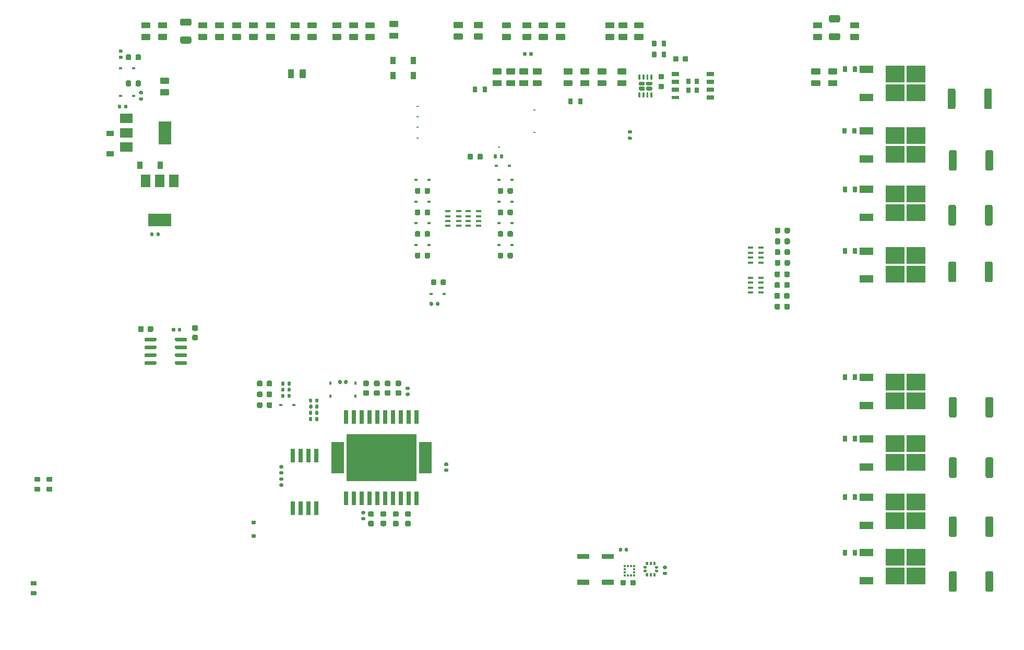
<source format=gtp>
G04 #@! TF.GenerationSoftware,KiCad,Pcbnew,8.0.9-8.0.9-0~ubuntu24.04.1*
G04 #@! TF.CreationDate,2025-03-13T13:42:15+00:00*
G04 #@! TF.ProjectId,hellen88m42bmw,68656c6c-656e-4383-986d-3432626d772e,B*
G04 #@! TF.SameCoordinates,PX3d1b110PY9269338*
G04 #@! TF.FileFunction,Paste,Top*
G04 #@! TF.FilePolarity,Positive*
%FSLAX46Y46*%
G04 Gerber Fmt 4.6, Leading zero omitted, Abs format (unit mm)*
G04 Created by KiCad (PCBNEW 8.0.9-8.0.9-0~ubuntu24.04.1) date 2025-03-13 13:42:15*
%MOMM*%
%LPD*%
G01*
G04 APERTURE LIST*
%ADD10R,3.050000X2.750000*%
%ADD11R,2.200000X1.200000*%
%ADD12R,0.640000X2.160000*%
%ADD13R,0.600000X0.450000*%
%ADD14R,0.900000X1.200000*%
%ADD15R,0.900000X0.400000*%
%ADD16R,0.800000X2.200000*%
%ADD17R,2.032000X5.080000*%
%ADD18R,11.430000X7.620000*%
%ADD19O,0.000001X0.000001*%
%ADD20R,0.350000X0.375000*%
%ADD21R,0.375000X0.350000*%
%ADD22O,0.500000X0.250000*%
%ADD23O,0.250000X0.500000*%
%ADD24R,1.310000X0.650000*%
%ADD25R,1.310000X0.600000*%
%ADD26R,0.795000X0.900000*%
%ADD27R,1.500000X2.000000*%
%ADD28R,3.800000X2.000000*%
%ADD29R,2.000000X1.500000*%
%ADD30R,2.000000X3.800000*%
%ADD31R,0.450000X0.600000*%
%ADD32R,1.200000X0.900000*%
G04 APERTURE END LIST*
G04 #@! TO.C,JP1*
G36*
G01*
X20301000Y99973001D02*
X21551000Y99973001D01*
G75*
G02*
X21651000Y99873001I0J-100000D01*
G01*
X21651000Y99073001D01*
G75*
G02*
X21551000Y98973001I-100000J0D01*
G01*
X20301000Y98973001D01*
G75*
G02*
X20201000Y99073001I0J100000D01*
G01*
X20201000Y99873001D01*
G75*
G02*
X20301000Y99973001I100000J0D01*
G01*
G37*
G36*
G01*
X20301000Y98072979D02*
X21551000Y98072979D01*
G75*
G02*
X21651000Y97972979I0J-100000D01*
G01*
X21651000Y97172979D01*
G75*
G02*
X21551000Y97072979I-100000J0D01*
G01*
X20301000Y97072979D01*
G75*
G02*
X20201000Y97172979I0J100000D01*
G01*
X20201000Y97972979D01*
G75*
G02*
X20301000Y98072979I100000J0D01*
G01*
G37*
G04 #@! TD*
G04 #@! TO.C,JP3*
G36*
G01*
X29551000Y99973001D02*
X30801000Y99973001D01*
G75*
G02*
X30901000Y99873001I0J-100000D01*
G01*
X30901000Y99073001D01*
G75*
G02*
X30801000Y98973001I-100000J0D01*
G01*
X29551000Y98973001D01*
G75*
G02*
X29451000Y99073001I0J100000D01*
G01*
X29451000Y99873001D01*
G75*
G02*
X29551000Y99973001I100000J0D01*
G01*
G37*
G36*
G01*
X29551000Y98072979D02*
X30801000Y98072979D01*
G75*
G02*
X30901000Y97972979I0J-100000D01*
G01*
X30901000Y97172979D01*
G75*
G02*
X30801000Y97072979I-100000J0D01*
G01*
X29551000Y97072979D01*
G75*
G02*
X29451000Y97172979I0J100000D01*
G01*
X29451000Y97972979D01*
G75*
G02*
X29551000Y98072979I100000J0D01*
G01*
G37*
G04 #@! TD*
G04 #@! TO.C,JP4*
G36*
G01*
X35051000Y99973001D02*
X36301000Y99973001D01*
G75*
G02*
X36401000Y99873001I0J-100000D01*
G01*
X36401000Y99073001D01*
G75*
G02*
X36301000Y98973001I-100000J0D01*
G01*
X35051000Y98973001D01*
G75*
G02*
X34951000Y99073001I0J100000D01*
G01*
X34951000Y99873001D01*
G75*
G02*
X35051000Y99973001I100000J0D01*
G01*
G37*
G36*
G01*
X35051000Y98072979D02*
X36301000Y98072979D01*
G75*
G02*
X36401000Y97972979I0J-100000D01*
G01*
X36401000Y97172979D01*
G75*
G02*
X36301000Y97072979I-100000J0D01*
G01*
X35051000Y97072979D01*
G75*
G02*
X34951000Y97172979I0J100000D01*
G01*
X34951000Y97972979D01*
G75*
G02*
X35051000Y98072979I100000J0D01*
G01*
G37*
G04 #@! TD*
G04 #@! TO.C,JP5*
G36*
G01*
X44551000Y99973001D02*
X45801000Y99973001D01*
G75*
G02*
X45901000Y99873001I0J-100000D01*
G01*
X45901000Y99073001D01*
G75*
G02*
X45801000Y98973001I-100000J0D01*
G01*
X44551000Y98973001D01*
G75*
G02*
X44451000Y99073001I0J100000D01*
G01*
X44451000Y99873001D01*
G75*
G02*
X44551000Y99973001I100000J0D01*
G01*
G37*
G36*
G01*
X44551000Y98072979D02*
X45801000Y98072979D01*
G75*
G02*
X45901000Y97972979I0J-100000D01*
G01*
X45901000Y97172979D01*
G75*
G02*
X45801000Y97072979I-100000J0D01*
G01*
X44551000Y97072979D01*
G75*
G02*
X44451000Y97172979I0J100000D01*
G01*
X44451000Y97972979D01*
G75*
G02*
X44551000Y98072979I100000J0D01*
G01*
G37*
G04 #@! TD*
G04 #@! TO.C,JP7*
G36*
G01*
X51301000Y99973001D02*
X52551000Y99973001D01*
G75*
G02*
X52651000Y99873001I0J-100000D01*
G01*
X52651000Y99073001D01*
G75*
G02*
X52551000Y98973001I-100000J0D01*
G01*
X51301000Y98973001D01*
G75*
G02*
X51201000Y99073001I0J100000D01*
G01*
X51201000Y99873001D01*
G75*
G02*
X51301000Y99973001I100000J0D01*
G01*
G37*
G36*
G01*
X51301000Y98072979D02*
X52551000Y98072979D01*
G75*
G02*
X52651000Y97972979I0J-100000D01*
G01*
X52651000Y97172979D01*
G75*
G02*
X52551000Y97072979I-100000J0D01*
G01*
X51301000Y97072979D01*
G75*
G02*
X51201000Y97172979I0J100000D01*
G01*
X51201000Y97972979D01*
G75*
G02*
X51301000Y98072979I100000J0D01*
G01*
G37*
G04 #@! TD*
G04 #@! TO.C,JP16*
G36*
G01*
X84801000Y99973001D02*
X86051000Y99973001D01*
G75*
G02*
X86151000Y99873001I0J-100000D01*
G01*
X86151000Y99073001D01*
G75*
G02*
X86051000Y98973001I-100000J0D01*
G01*
X84801000Y98973001D01*
G75*
G02*
X84701000Y99073001I0J100000D01*
G01*
X84701000Y99873001D01*
G75*
G02*
X84801000Y99973001I100000J0D01*
G01*
G37*
G36*
G01*
X84801000Y98072979D02*
X86051000Y98072979D01*
G75*
G02*
X86151000Y97972979I0J-100000D01*
G01*
X86151000Y97172979D01*
G75*
G02*
X86051000Y97072979I-100000J0D01*
G01*
X84801000Y97072979D01*
G75*
G02*
X84701000Y97172979I0J100000D01*
G01*
X84701000Y97972979D01*
G75*
G02*
X84801000Y98072979I100000J0D01*
G01*
G37*
G04 #@! TD*
G04 #@! TO.C,JP17*
G36*
G01*
X87601000Y99973000D02*
X88851000Y99973000D01*
G75*
G02*
X88951000Y99873000I0J-100000D01*
G01*
X88951000Y99073000D01*
G75*
G02*
X88851000Y98973000I-100000J0D01*
G01*
X87601000Y98973000D01*
G75*
G02*
X87501000Y99073000I0J100000D01*
G01*
X87501000Y99873000D01*
G75*
G02*
X87601000Y99973000I100000J0D01*
G01*
G37*
G36*
G01*
X87601000Y98072978D02*
X88851000Y98072978D01*
G75*
G02*
X88951000Y97972978I0J-100000D01*
G01*
X88951000Y97172978D01*
G75*
G02*
X88851000Y97072978I-100000J0D01*
G01*
X87601000Y97072978D01*
G75*
G02*
X87501000Y97172978I0J100000D01*
G01*
X87501000Y97972978D01*
G75*
G02*
X87601000Y98072978I100000J0D01*
G01*
G37*
G04 #@! TD*
G04 #@! TO.C,JP20*
G36*
G01*
X94301000Y92473001D02*
X95551000Y92473001D01*
G75*
G02*
X95651000Y92373001I0J-100000D01*
G01*
X95651000Y91573001D01*
G75*
G02*
X95551000Y91473001I-100000J0D01*
G01*
X94301000Y91473001D01*
G75*
G02*
X94201000Y91573001I0J100000D01*
G01*
X94201000Y92373001D01*
G75*
G02*
X94301000Y92473001I100000J0D01*
G01*
G37*
G36*
G01*
X94301000Y90572979D02*
X95551000Y90572979D01*
G75*
G02*
X95651000Y90472979I0J-100000D01*
G01*
X95651000Y89672979D01*
G75*
G02*
X95551000Y89572979I-100000J0D01*
G01*
X94301000Y89572979D01*
G75*
G02*
X94201000Y89672979I0J100000D01*
G01*
X94201000Y90472979D01*
G75*
G02*
X94301000Y90572979I100000J0D01*
G01*
G37*
G04 #@! TD*
G04 #@! TO.C,JP21*
G36*
G01*
X97551000Y92473001D02*
X98801000Y92473001D01*
G75*
G02*
X98901000Y92373001I0J-100000D01*
G01*
X98901000Y91573001D01*
G75*
G02*
X98801000Y91473001I-100000J0D01*
G01*
X97551000Y91473001D01*
G75*
G02*
X97451000Y91573001I0J100000D01*
G01*
X97451000Y92373001D01*
G75*
G02*
X97551000Y92473001I100000J0D01*
G01*
G37*
G36*
G01*
X97551000Y90572979D02*
X98801000Y90572979D01*
G75*
G02*
X98901000Y90472979I0J-100000D01*
G01*
X98901000Y89672979D01*
G75*
G02*
X98801000Y89572979I-100000J0D01*
G01*
X97551000Y89572979D01*
G75*
G02*
X97451000Y89672979I0J100000D01*
G01*
X97451000Y90472979D01*
G75*
G02*
X97551000Y90572979I100000J0D01*
G01*
G37*
G04 #@! TD*
G04 #@! TO.C,JP26*
G36*
G01*
X129301000Y99973001D02*
X130551000Y99973001D01*
G75*
G02*
X130651000Y99873001I0J-100000D01*
G01*
X130651000Y99073001D01*
G75*
G02*
X130551000Y98973001I-100000J0D01*
G01*
X129301000Y98973001D01*
G75*
G02*
X129201000Y99073001I0J100000D01*
G01*
X129201000Y99873001D01*
G75*
G02*
X129301000Y99973001I100000J0D01*
G01*
G37*
G36*
G01*
X129301000Y98072979D02*
X130551000Y98072979D01*
G75*
G02*
X130651000Y97972979I0J-100000D01*
G01*
X130651000Y97172979D01*
G75*
G02*
X130551000Y97072979I-100000J0D01*
G01*
X129301000Y97072979D01*
G75*
G02*
X129201000Y97172979I0J100000D01*
G01*
X129201000Y97972979D01*
G75*
G02*
X129301000Y98072979I100000J0D01*
G01*
G37*
G04 #@! TD*
G04 #@! TO.C,JP27*
G36*
G01*
X135301000Y99973001D02*
X136551000Y99973001D01*
G75*
G02*
X136651000Y99873001I0J-100000D01*
G01*
X136651000Y99073001D01*
G75*
G02*
X136551000Y98973001I-100000J0D01*
G01*
X135301000Y98973001D01*
G75*
G02*
X135201000Y99073001I0J100000D01*
G01*
X135201000Y99873001D01*
G75*
G02*
X135301000Y99973001I100000J0D01*
G01*
G37*
G36*
G01*
X135301000Y98072979D02*
X136551000Y98072979D01*
G75*
G02*
X136651000Y97972979I0J-100000D01*
G01*
X136651000Y97172979D01*
G75*
G02*
X136551000Y97072979I-100000J0D01*
G01*
X135301000Y97072979D01*
G75*
G02*
X135201000Y97172979I0J100000D01*
G01*
X135201000Y97972979D01*
G75*
G02*
X135301000Y98072979I100000J0D01*
G01*
G37*
G04 #@! TD*
G04 #@! TO.C,JP29*
G36*
G01*
X23051000Y99973001D02*
X24301000Y99973001D01*
G75*
G02*
X24401000Y99873001I0J-100000D01*
G01*
X24401000Y99073001D01*
G75*
G02*
X24301000Y98973001I-100000J0D01*
G01*
X23051000Y98973001D01*
G75*
G02*
X22951000Y99073001I0J100000D01*
G01*
X22951000Y99873001D01*
G75*
G02*
X23051000Y99973001I100000J0D01*
G01*
G37*
G36*
G01*
X23051000Y98072979D02*
X24301000Y98072979D01*
G75*
G02*
X24401000Y97972979I0J-100000D01*
G01*
X24401000Y97172979D01*
G75*
G02*
X24301000Y97072979I-100000J0D01*
G01*
X23051000Y97072979D01*
G75*
G02*
X22951000Y97172979I0J100000D01*
G01*
X22951000Y97972979D01*
G75*
G02*
X23051000Y98072979I100000J0D01*
G01*
G37*
G04 #@! TD*
G04 #@! TO.C,JP31*
G36*
G01*
X32301000Y99973001D02*
X33551000Y99973001D01*
G75*
G02*
X33651000Y99873001I0J-100000D01*
G01*
X33651000Y99073001D01*
G75*
G02*
X33551000Y98973001I-100000J0D01*
G01*
X32301000Y98973001D01*
G75*
G02*
X32201000Y99073001I0J100000D01*
G01*
X32201000Y99873001D01*
G75*
G02*
X32301000Y99973001I100000J0D01*
G01*
G37*
G36*
G01*
X32301000Y98072979D02*
X33551000Y98072979D01*
G75*
G02*
X33651000Y97972979I0J-100000D01*
G01*
X33651000Y97172979D01*
G75*
G02*
X33551000Y97072979I-100000J0D01*
G01*
X32301000Y97072979D01*
G75*
G02*
X32201000Y97172979I0J100000D01*
G01*
X32201000Y97972979D01*
G75*
G02*
X32301000Y98072979I100000J0D01*
G01*
G37*
G04 #@! TD*
G04 #@! TO.C,JP32*
G36*
G01*
X40551000Y99973001D02*
X41801000Y99973001D01*
G75*
G02*
X41901000Y99873001I0J-100000D01*
G01*
X41901000Y99073001D01*
G75*
G02*
X41801000Y98973001I-100000J0D01*
G01*
X40551000Y98973001D01*
G75*
G02*
X40451000Y99073001I0J100000D01*
G01*
X40451000Y99873001D01*
G75*
G02*
X40551000Y99973001I100000J0D01*
G01*
G37*
G36*
G01*
X40551000Y98072979D02*
X41801000Y98072979D01*
G75*
G02*
X41901000Y97972979I0J-100000D01*
G01*
X41901000Y97172979D01*
G75*
G02*
X41801000Y97072979I-100000J0D01*
G01*
X40551000Y97072979D01*
G75*
G02*
X40451000Y97172979I0J100000D01*
G01*
X40451000Y97972979D01*
G75*
G02*
X40551000Y98072979I100000J0D01*
G01*
G37*
G04 #@! TD*
G04 #@! TO.C,JP33*
G36*
G01*
X47301000Y99973001D02*
X48551000Y99973001D01*
G75*
G02*
X48651000Y99873001I0J-100000D01*
G01*
X48651000Y99073001D01*
G75*
G02*
X48551000Y98973001I-100000J0D01*
G01*
X47301000Y98973001D01*
G75*
G02*
X47201000Y99073001I0J100000D01*
G01*
X47201000Y99873001D01*
G75*
G02*
X47301000Y99973001I100000J0D01*
G01*
G37*
G36*
G01*
X47301000Y98072979D02*
X48551000Y98072979D01*
G75*
G02*
X48651000Y97972979I0J-100000D01*
G01*
X48651000Y97172979D01*
G75*
G02*
X48551000Y97072979I-100000J0D01*
G01*
X47301000Y97072979D01*
G75*
G02*
X47201000Y97172979I0J100000D01*
G01*
X47201000Y97972979D01*
G75*
G02*
X47301000Y98072979I100000J0D01*
G01*
G37*
G04 #@! TD*
G04 #@! TO.C,JP35*
G36*
G01*
X56701000Y99973001D02*
X57951000Y99973001D01*
G75*
G02*
X58051000Y99873001I0J-100000D01*
G01*
X58051000Y99073001D01*
G75*
G02*
X57951000Y98973001I-100000J0D01*
G01*
X56701000Y98973001D01*
G75*
G02*
X56601000Y99073001I0J100000D01*
G01*
X56601000Y99873001D01*
G75*
G02*
X56701000Y99973001I100000J0D01*
G01*
G37*
G36*
G01*
X56701000Y98072979D02*
X57951000Y98072979D01*
G75*
G02*
X58051000Y97972979I0J-100000D01*
G01*
X58051000Y97172979D01*
G75*
G02*
X57951000Y97072979I-100000J0D01*
G01*
X56701000Y97072979D01*
G75*
G02*
X56601000Y97172979I0J100000D01*
G01*
X56601000Y97972979D01*
G75*
G02*
X56701000Y98072979I100000J0D01*
G01*
G37*
G04 #@! TD*
G04 #@! TO.C,JP41*
G36*
G01*
X77301000Y92473001D02*
X78551000Y92473001D01*
G75*
G02*
X78651000Y92373001I0J-100000D01*
G01*
X78651000Y91573001D01*
G75*
G02*
X78551000Y91473001I-100000J0D01*
G01*
X77301000Y91473001D01*
G75*
G02*
X77201000Y91573001I0J100000D01*
G01*
X77201000Y92373001D01*
G75*
G02*
X77301000Y92473001I100000J0D01*
G01*
G37*
G36*
G01*
X77301000Y90572979D02*
X78551000Y90572979D01*
G75*
G02*
X78651000Y90472979I0J-100000D01*
G01*
X78651000Y89672979D01*
G75*
G02*
X78551000Y89572979I-100000J0D01*
G01*
X77301000Y89572979D01*
G75*
G02*
X77201000Y89672979I0J100000D01*
G01*
X77201000Y90472979D01*
G75*
G02*
X77301000Y90572979I100000J0D01*
G01*
G37*
G04 #@! TD*
G04 #@! TO.C,JP42*
G36*
G01*
X79551000Y92473001D02*
X80801000Y92473001D01*
G75*
G02*
X80901000Y92373001I0J-100000D01*
G01*
X80901000Y91573001D01*
G75*
G02*
X80801000Y91473001I-100000J0D01*
G01*
X79551000Y91473001D01*
G75*
G02*
X79451000Y91573001I0J100000D01*
G01*
X79451000Y92373001D01*
G75*
G02*
X79551000Y92473001I100000J0D01*
G01*
G37*
G36*
G01*
X79551000Y90572979D02*
X80801000Y90572979D01*
G75*
G02*
X80901000Y90472979I0J-100000D01*
G01*
X80901000Y89672979D01*
G75*
G02*
X80801000Y89572979I-100000J0D01*
G01*
X79551000Y89572979D01*
G75*
G02*
X79451000Y89672979I0J100000D01*
G01*
X79451000Y90472979D01*
G75*
G02*
X79551000Y90572979I100000J0D01*
G01*
G37*
G04 #@! TD*
G04 #@! TO.C,JP43*
G36*
G01*
X82151000Y99973022D02*
X83401000Y99973022D01*
G75*
G02*
X83501000Y99873022I0J-100000D01*
G01*
X83501000Y99073022D01*
G75*
G02*
X83401000Y98973022I-100000J0D01*
G01*
X82151000Y98973022D01*
G75*
G02*
X82051000Y99073022I0J100000D01*
G01*
X82051000Y99873022D01*
G75*
G02*
X82151000Y99973022I100000J0D01*
G01*
G37*
G36*
G01*
X82151000Y98073000D02*
X83401000Y98073000D01*
G75*
G02*
X83501000Y97973000I0J-100000D01*
G01*
X83501000Y97173000D01*
G75*
G02*
X83401000Y97073000I-100000J0D01*
G01*
X82151000Y97073000D01*
G75*
G02*
X82051000Y97173000I0J100000D01*
G01*
X82051000Y97973000D01*
G75*
G02*
X82151000Y98073000I100000J0D01*
G01*
G37*
G04 #@! TD*
G04 #@! TO.C,JP46*
G36*
G01*
X88801000Y92473001D02*
X90051000Y92473001D01*
G75*
G02*
X90151000Y92373001I0J-100000D01*
G01*
X90151000Y91573001D01*
G75*
G02*
X90051000Y91473001I-100000J0D01*
G01*
X88801000Y91473001D01*
G75*
G02*
X88701000Y91573001I0J100000D01*
G01*
X88701000Y92373001D01*
G75*
G02*
X88801000Y92473001I100000J0D01*
G01*
G37*
G36*
G01*
X88801000Y90572979D02*
X90051000Y90572979D01*
G75*
G02*
X90151000Y90472979I0J-100000D01*
G01*
X90151000Y89672979D01*
G75*
G02*
X90051000Y89572979I-100000J0D01*
G01*
X88801000Y89572979D01*
G75*
G02*
X88701000Y89672979I0J100000D01*
G01*
X88701000Y90472979D01*
G75*
G02*
X88801000Y90572979I100000J0D01*
G01*
G37*
G04 #@! TD*
G04 #@! TO.C,JP47*
G36*
G01*
X91551000Y92473001D02*
X92801000Y92473001D01*
G75*
G02*
X92901000Y92373001I0J-100000D01*
G01*
X92901000Y91573001D01*
G75*
G02*
X92801000Y91473001I-100000J0D01*
G01*
X91551000Y91473001D01*
G75*
G02*
X91451000Y91573001I0J100000D01*
G01*
X91451000Y92373001D01*
G75*
G02*
X91551000Y92473001I100000J0D01*
G01*
G37*
G36*
G01*
X91551000Y90572979D02*
X92801000Y90572979D01*
G75*
G02*
X92901000Y90472979I0J-100000D01*
G01*
X92901000Y89672979D01*
G75*
G02*
X92801000Y89572979I-100000J0D01*
G01*
X91551000Y89572979D01*
G75*
G02*
X91451000Y89672979I0J100000D01*
G01*
X91451000Y90472979D01*
G75*
G02*
X91551000Y90572979I100000J0D01*
G01*
G37*
G04 #@! TD*
G04 #@! TO.C,JP54*
G36*
G01*
X131776000Y100178010D02*
X131776000Y100868010D01*
G75*
G02*
X132006000Y101098010I230000J0D01*
G01*
X133346000Y101098010D01*
G75*
G02*
X133576000Y100868010I0J-230000D01*
G01*
X133576000Y100178010D01*
G75*
G02*
X133346000Y99948010I-230000J0D01*
G01*
X132006000Y99948010D01*
G75*
G02*
X131776000Y100178010I0J230000D01*
G01*
G37*
G36*
G01*
X131776000Y97277990D02*
X131776000Y97967990D01*
G75*
G02*
X132006000Y98197990I230000J0D01*
G01*
X133346000Y98197990D01*
G75*
G02*
X133576000Y97967990I0J-230000D01*
G01*
X133576000Y97277990D01*
G75*
G02*
X133346000Y97047990I-230000J0D01*
G01*
X132006000Y97047990D01*
G75*
G02*
X131776000Y97277990I0J230000D01*
G01*
G37*
G04 #@! TD*
G04 #@! TO.C,JP56*
G36*
G01*
X26526000Y99628010D02*
X26526000Y100318010D01*
G75*
G02*
X26756000Y100548010I230000J0D01*
G01*
X28096000Y100548010D01*
G75*
G02*
X28326000Y100318010I0J-230000D01*
G01*
X28326000Y99628010D01*
G75*
G02*
X28096000Y99398010I-230000J0D01*
G01*
X26756000Y99398010D01*
G75*
G02*
X26526000Y99628010I0J230000D01*
G01*
G37*
G36*
G01*
X26526000Y96727990D02*
X26526000Y97417990D01*
G75*
G02*
X26756000Y97647990I230000J0D01*
G01*
X28096000Y97647990D01*
G75*
G02*
X28326000Y97417990I0J-230000D01*
G01*
X28326000Y96727990D01*
G75*
G02*
X28096000Y96497990I-230000J0D01*
G01*
X26756000Y96497990D01*
G75*
G02*
X26526000Y96727990I0J230000D01*
G01*
G37*
G04 #@! TD*
G04 #@! TO.C,JP73*
G36*
G01*
X83801000Y92468001D02*
X85051000Y92468001D01*
G75*
G02*
X85151000Y92368001I0J-100000D01*
G01*
X85151000Y91568001D01*
G75*
G02*
X85051000Y91468001I-100000J0D01*
G01*
X83801000Y91468001D01*
G75*
G02*
X83701000Y91568001I0J100000D01*
G01*
X83701000Y92368001D01*
G75*
G02*
X83801000Y92468001I100000J0D01*
G01*
G37*
G36*
G01*
X83801000Y90567979D02*
X85051000Y90567979D01*
G75*
G02*
X85151000Y90467979I0J-100000D01*
G01*
X85151000Y89667979D01*
G75*
G02*
X85051000Y89567979I-100000J0D01*
G01*
X83801000Y89567979D01*
G75*
G02*
X83701000Y89667979I0J100000D01*
G01*
X83701000Y90467979D01*
G75*
G02*
X83801000Y90567979I100000J0D01*
G01*
G37*
G04 #@! TD*
G04 #@! TO.C,JP77*
G36*
G01*
X95601000Y99973001D02*
X96851000Y99973001D01*
G75*
G02*
X96951000Y99873001I0J-100000D01*
G01*
X96951000Y99073001D01*
G75*
G02*
X96851000Y98973001I-100000J0D01*
G01*
X95601000Y98973001D01*
G75*
G02*
X95501000Y99073001I0J100000D01*
G01*
X95501000Y99873001D01*
G75*
G02*
X95601000Y99973001I100000J0D01*
G01*
G37*
G36*
G01*
X95601000Y98072979D02*
X96851000Y98072979D01*
G75*
G02*
X96951000Y97972979I0J-100000D01*
G01*
X96951000Y97172979D01*
G75*
G02*
X96851000Y97072979I-100000J0D01*
G01*
X95601000Y97072979D01*
G75*
G02*
X95501000Y97172979I0J100000D01*
G01*
X95501000Y97972979D01*
G75*
G02*
X95601000Y98072979I100000J0D01*
G01*
G37*
G04 #@! TD*
G04 #@! TO.C,JP78*
G36*
G01*
X100301000Y99973001D02*
X101551000Y99973001D01*
G75*
G02*
X101651000Y99873001I0J-100000D01*
G01*
X101651000Y99073001D01*
G75*
G02*
X101551000Y98973001I-100000J0D01*
G01*
X100301000Y98973001D01*
G75*
G02*
X100201000Y99073001I0J100000D01*
G01*
X100201000Y99873001D01*
G75*
G02*
X100301000Y99973001I100000J0D01*
G01*
G37*
G36*
G01*
X100301000Y98072979D02*
X101551000Y98072979D01*
G75*
G02*
X101651000Y97972979I0J-100000D01*
G01*
X101651000Y97172979D01*
G75*
G02*
X101551000Y97072979I-100000J0D01*
G01*
X100301000Y97072979D01*
G75*
G02*
X100201000Y97172979I0J100000D01*
G01*
X100201000Y97972979D01*
G75*
G02*
X100301000Y98072979I100000J0D01*
G01*
G37*
G04 #@! TD*
G04 #@! TO.C,JP85*
G36*
G01*
X131751000Y92473001D02*
X133001000Y92473001D01*
G75*
G02*
X133101000Y92373001I0J-100000D01*
G01*
X133101000Y91573001D01*
G75*
G02*
X133001000Y91473001I-100000J0D01*
G01*
X131751000Y91473001D01*
G75*
G02*
X131651000Y91573001I0J100000D01*
G01*
X131651000Y92373001D01*
G75*
G02*
X131751000Y92473001I100000J0D01*
G01*
G37*
G36*
G01*
X131751000Y90572979D02*
X133001000Y90572979D01*
G75*
G02*
X133101000Y90472979I0J-100000D01*
G01*
X133101000Y89672979D01*
G75*
G02*
X133001000Y89572979I-100000J0D01*
G01*
X131751000Y89572979D01*
G75*
G02*
X131651000Y89672979I0J100000D01*
G01*
X131651000Y90472979D01*
G75*
G02*
X131751000Y90572979I100000J0D01*
G01*
G37*
G04 #@! TD*
G04 #@! TO.C,JP86*
G36*
G01*
X129001000Y92473001D02*
X130251000Y92473001D01*
G75*
G02*
X130351000Y92373001I0J-100000D01*
G01*
X130351000Y91573001D01*
G75*
G02*
X130251000Y91473001I-100000J0D01*
G01*
X129001000Y91473001D01*
G75*
G02*
X128901000Y91573001I0J100000D01*
G01*
X128901000Y92373001D01*
G75*
G02*
X129001000Y92473001I100000J0D01*
G01*
G37*
G36*
G01*
X129001000Y90572979D02*
X130251000Y90572979D01*
G75*
G02*
X130351000Y90472979I0J-100000D01*
G01*
X130351000Y89672979D01*
G75*
G02*
X130251000Y89572979I-100000J0D01*
G01*
X129001000Y89572979D01*
G75*
G02*
X128901000Y89672979I0J100000D01*
G01*
X128901000Y90472979D01*
G75*
G02*
X129001000Y90572979I100000J0D01*
G01*
G37*
G04 #@! TD*
G04 #@! TO.C,JP59*
G36*
G01*
X37801000Y99973001D02*
X39051000Y99973001D01*
G75*
G02*
X39151000Y99873001I0J-100000D01*
G01*
X39151000Y99073001D01*
G75*
G02*
X39051000Y98973001I-100000J0D01*
G01*
X37801000Y98973001D01*
G75*
G02*
X37701000Y99073001I0J100000D01*
G01*
X37701000Y99873001D01*
G75*
G02*
X37801000Y99973001I100000J0D01*
G01*
G37*
G36*
G01*
X37801000Y98072979D02*
X39051000Y98072979D01*
G75*
G02*
X39151000Y97972979I0J-100000D01*
G01*
X39151000Y97172979D01*
G75*
G02*
X39051000Y97072979I-100000J0D01*
G01*
X37801000Y97072979D01*
G75*
G02*
X37701000Y97172979I0J100000D01*
G01*
X37701000Y97972979D01*
G75*
G02*
X37801000Y98072979I100000J0D01*
G01*
G37*
G04 #@! TD*
D10*
G04 #@! TO.C,Q1*
X142499800Y31548000D03*
X142499800Y28498000D03*
X145849800Y31548000D03*
X145849800Y28498000D03*
D11*
X137874800Y32303000D03*
X137874800Y27743000D03*
G04 #@! TD*
D10*
G04 #@! TO.C,Q6*
X142499800Y91548000D03*
X142499800Y88498000D03*
X145849800Y91548000D03*
X145849800Y88498000D03*
D11*
X137874800Y92303000D03*
X137874800Y87743000D03*
G04 #@! TD*
D10*
G04 #@! TO.C,Q2*
X142499800Y41548000D03*
X142499800Y38498000D03*
X145849800Y41548000D03*
X145849800Y38498000D03*
D11*
X137874800Y42303000D03*
X137874800Y37743000D03*
G04 #@! TD*
D10*
G04 #@! TO.C,Q5*
X142499800Y81548000D03*
X142499800Y78498000D03*
X145849800Y81548000D03*
X145849800Y78498000D03*
D11*
X137874800Y82303000D03*
X137874800Y77743000D03*
G04 #@! TD*
D10*
G04 #@! TO.C,Q3*
X142499800Y62048000D03*
X142499800Y58998000D03*
X145849800Y62048000D03*
X145849800Y58998000D03*
D11*
X137874800Y62803000D03*
X137874800Y58243000D03*
G04 #@! TD*
D10*
G04 #@! TO.C,Q4*
X142499800Y72048000D03*
X142499800Y68998000D03*
X145849800Y72048000D03*
X145849800Y68998000D03*
D11*
X137874800Y72803000D03*
X137874800Y68243000D03*
G04 #@! TD*
G04 #@! TO.C,C1*
G36*
G01*
X42756000Y26033000D02*
X43096000Y26033000D01*
G75*
G02*
X43236000Y25893000I0J-140000D01*
G01*
X43236000Y25613000D01*
G75*
G02*
X43096000Y25473000I-140000J0D01*
G01*
X42756000Y25473000D01*
G75*
G02*
X42616000Y25613000I0J140000D01*
G01*
X42616000Y25893000D01*
G75*
G02*
X42756000Y26033000I140000J0D01*
G01*
G37*
G36*
G01*
X42756000Y25073000D02*
X43096000Y25073000D01*
G75*
G02*
X43236000Y24933000I0J-140000D01*
G01*
X43236000Y24653000D01*
G75*
G02*
X43096000Y24513000I-140000J0D01*
G01*
X42756000Y24513000D01*
G75*
G02*
X42616000Y24653000I0J140000D01*
G01*
X42616000Y24933000D01*
G75*
G02*
X42756000Y25073000I140000J0D01*
G01*
G37*
G04 #@! TD*
G04 #@! TO.C,C2*
G36*
G01*
X43096000Y26513000D02*
X42756000Y26513000D01*
G75*
G02*
X42616000Y26653000I0J140000D01*
G01*
X42616000Y26933000D01*
G75*
G02*
X42756000Y27073000I140000J0D01*
G01*
X43096000Y27073000D01*
G75*
G02*
X43236000Y26933000I0J-140000D01*
G01*
X43236000Y26653000D01*
G75*
G02*
X43096000Y26513000I-140000J0D01*
G01*
G37*
G36*
G01*
X43096000Y27473000D02*
X42756000Y27473000D01*
G75*
G02*
X42616000Y27613000I0J140000D01*
G01*
X42616000Y27893000D01*
G75*
G02*
X42756000Y28033000I140000J0D01*
G01*
X43096000Y28033000D01*
G75*
G02*
X43236000Y27893000I0J-140000D01*
G01*
X43236000Y27613000D01*
G75*
G02*
X43096000Y27473000I-140000J0D01*
G01*
G37*
G04 #@! TD*
D12*
G04 #@! TO.C,U1*
X44771000Y21003000D03*
X46041000Y21003000D03*
X47311000Y21003000D03*
X48581000Y21003000D03*
X48581000Y29543000D03*
X47311000Y29543000D03*
X46041000Y29543000D03*
X44771000Y29543000D03*
G04 #@! TD*
G04 #@! TO.C,R1*
G36*
G01*
X16396000Y86088000D02*
X16396000Y86458000D01*
G75*
G02*
X16531000Y86593000I135000J0D01*
G01*
X16801000Y86593000D01*
G75*
G02*
X16936000Y86458000I0J-135000D01*
G01*
X16936000Y86088000D01*
G75*
G02*
X16801000Y85953000I-135000J0D01*
G01*
X16531000Y85953000D01*
G75*
G02*
X16396000Y86088000I0J135000D01*
G01*
G37*
G36*
G01*
X17416000Y86088000D02*
X17416000Y86458000D01*
G75*
G02*
X17551000Y86593000I135000J0D01*
G01*
X17821000Y86593000D01*
G75*
G02*
X17956000Y86458000I0J-135000D01*
G01*
X17956000Y86088000D01*
G75*
G02*
X17821000Y85953000I-135000J0D01*
G01*
X17551000Y85953000D01*
G75*
G02*
X17416000Y86088000I0J135000D01*
G01*
G37*
G04 #@! TD*
D13*
G04 #@! TO.C,D14*
X66876000Y70823000D03*
X64776000Y70823000D03*
G04 #@! TD*
G04 #@! TO.C,R10*
G36*
G01*
X151251000Y16598000D02*
X151251000Y19448000D01*
G75*
G02*
X151501000Y19698000I250000J0D01*
G01*
X152226000Y19698000D01*
G75*
G02*
X152476000Y19448000I0J-250000D01*
G01*
X152476000Y16598000D01*
G75*
G02*
X152226000Y16348000I-250000J0D01*
G01*
X151501000Y16348000D01*
G75*
G02*
X151251000Y16598000I0J250000D01*
G01*
G37*
G36*
G01*
X157176000Y16598000D02*
X157176000Y19448000D01*
G75*
G02*
X157426000Y19698000I250000J0D01*
G01*
X158151000Y19698000D01*
G75*
G02*
X158401000Y19448000I0J-250000D01*
G01*
X158401000Y16598000D01*
G75*
G02*
X158151000Y16348000I-250000J0D01*
G01*
X157426000Y16348000D01*
G75*
G02*
X157176000Y16598000I0J250000D01*
G01*
G37*
G04 #@! TD*
G04 #@! TO.C,D23*
G36*
G01*
X122988500Y65866750D02*
X122988500Y66379250D01*
G75*
G02*
X123207250Y66598000I218750J0D01*
G01*
X123644750Y66598000D01*
G75*
G02*
X123863500Y66379250I0J-218750D01*
G01*
X123863500Y65866750D01*
G75*
G02*
X123644750Y65648000I-218750J0D01*
G01*
X123207250Y65648000D01*
G75*
G02*
X122988500Y65866750I0J218750D01*
G01*
G37*
G36*
G01*
X124563500Y65866750D02*
X124563500Y66379250D01*
G75*
G02*
X124782250Y66598000I218750J0D01*
G01*
X125219750Y66598000D01*
G75*
G02*
X125438500Y66379250I0J-218750D01*
G01*
X125438500Y65866750D01*
G75*
G02*
X125219750Y65648000I-218750J0D01*
G01*
X124782250Y65648000D01*
G75*
G02*
X124563500Y65866750I0J218750D01*
G01*
G37*
G04 #@! TD*
G04 #@! TO.C,D25*
G36*
G01*
X64601000Y65316750D02*
X64601000Y65829250D01*
G75*
G02*
X64819750Y66048000I218750J0D01*
G01*
X65257250Y66048000D01*
G75*
G02*
X65476000Y65829250I0J-218750D01*
G01*
X65476000Y65316750D01*
G75*
G02*
X65257250Y65098000I-218750J0D01*
G01*
X64819750Y65098000D01*
G75*
G02*
X64601000Y65316750I0J218750D01*
G01*
G37*
G36*
G01*
X66176000Y65316750D02*
X66176000Y65829250D01*
G75*
G02*
X66394750Y66048000I218750J0D01*
G01*
X66832250Y66048000D01*
G75*
G02*
X67051000Y65829250I0J-218750D01*
G01*
X67051000Y65316750D01*
G75*
G02*
X66832250Y65098000I-218750J0D01*
G01*
X66394750Y65098000D01*
G75*
G02*
X66176000Y65316750I0J218750D01*
G01*
G37*
G04 #@! TD*
D14*
G04 #@! TO.C,D10*
X20026000Y76773000D03*
X23326000Y76773000D03*
G04 #@! TD*
G04 #@! TO.C,D27*
G36*
G01*
X80501000Y69329250D02*
X80501000Y68816750D01*
G75*
G02*
X80282250Y68598000I-218750J0D01*
G01*
X79844750Y68598000D01*
G75*
G02*
X79626000Y68816750I0J218750D01*
G01*
X79626000Y69329250D01*
G75*
G02*
X79844750Y69548000I218750J0D01*
G01*
X80282250Y69548000D01*
G75*
G02*
X80501000Y69329250I0J-218750D01*
G01*
G37*
G36*
G01*
X78926000Y69329250D02*
X78926000Y68816750D01*
G75*
G02*
X78707250Y68598000I-218750J0D01*
G01*
X78269750Y68598000D01*
G75*
G02*
X78051000Y68816750I0J218750D01*
G01*
X78051000Y69329250D01*
G75*
G02*
X78269750Y69548000I218750J0D01*
G01*
X78707250Y69548000D01*
G75*
G02*
X78926000Y69329250I0J-218750D01*
G01*
G37*
G04 #@! TD*
G04 #@! TO.C,R6*
G36*
G01*
X99291000Y82403000D02*
X99661000Y82403000D01*
G75*
G02*
X99796000Y82268000I0J-135000D01*
G01*
X99796000Y81998000D01*
G75*
G02*
X99661000Y81863000I-135000J0D01*
G01*
X99291000Y81863000D01*
G75*
G02*
X99156000Y81998000I0J135000D01*
G01*
X99156000Y82268000D01*
G75*
G02*
X99291000Y82403000I135000J0D01*
G01*
G37*
G36*
G01*
X99291000Y81383000D02*
X99661000Y81383000D01*
G75*
G02*
X99796000Y81248000I0J-135000D01*
G01*
X99796000Y80978000D01*
G75*
G02*
X99661000Y80843000I-135000J0D01*
G01*
X99291000Y80843000D01*
G75*
G02*
X99156000Y80978000I0J135000D01*
G01*
X99156000Y81248000D01*
G75*
G02*
X99291000Y81383000I135000J0D01*
G01*
G37*
G04 #@! TD*
G04 #@! TO.C,C13*
G36*
G01*
X61231000Y20528000D02*
X61731000Y20528000D01*
G75*
G02*
X61956000Y20303000I0J-225000D01*
G01*
X61956000Y19853000D01*
G75*
G02*
X61731000Y19628000I-225000J0D01*
G01*
X61231000Y19628000D01*
G75*
G02*
X61006000Y19853000I0J225000D01*
G01*
X61006000Y20303000D01*
G75*
G02*
X61231000Y20528000I225000J0D01*
G01*
G37*
G36*
G01*
X61231000Y18978000D02*
X61731000Y18978000D01*
G75*
G02*
X61956000Y18753000I0J-225000D01*
G01*
X61956000Y18303000D01*
G75*
G02*
X61731000Y18078000I-225000J0D01*
G01*
X61231000Y18078000D01*
G75*
G02*
X61006000Y18303000I0J225000D01*
G01*
X61006000Y18753000D01*
G75*
G02*
X61231000Y18978000I225000J0D01*
G01*
G37*
G04 #@! TD*
G04 #@! TO.C,D29*
G36*
G01*
X64601000Y61816750D02*
X64601000Y62329250D01*
G75*
G02*
X64819750Y62548000I218750J0D01*
G01*
X65257250Y62548000D01*
G75*
G02*
X65476000Y62329250I0J-218750D01*
G01*
X65476000Y61816750D01*
G75*
G02*
X65257250Y61598000I-218750J0D01*
G01*
X64819750Y61598000D01*
G75*
G02*
X64601000Y61816750I0J218750D01*
G01*
G37*
G36*
G01*
X66176000Y61816750D02*
X66176000Y62329250D01*
G75*
G02*
X66394750Y62548000I218750J0D01*
G01*
X66832250Y62548000D01*
G75*
G02*
X67051000Y62329250I0J-218750D01*
G01*
X67051000Y61816750D01*
G75*
G02*
X66832250Y61598000I-218750J0D01*
G01*
X66394750Y61598000D01*
G75*
G02*
X66176000Y61816750I0J218750D01*
G01*
G37*
G04 #@! TD*
D13*
G04 #@! TO.C,D1*
X16876000Y88023000D03*
X18976000Y88023000D03*
G04 #@! TD*
G04 #@! TO.C,R33*
G36*
G01*
X42896000Y39088000D02*
X42896000Y39458000D01*
G75*
G02*
X43031000Y39593000I135000J0D01*
G01*
X43301000Y39593000D01*
G75*
G02*
X43436000Y39458000I0J-135000D01*
G01*
X43436000Y39088000D01*
G75*
G02*
X43301000Y38953000I-135000J0D01*
G01*
X43031000Y38953000D01*
G75*
G02*
X42896000Y39088000I0J135000D01*
G01*
G37*
G36*
G01*
X43916000Y39088000D02*
X43916000Y39458000D01*
G75*
G02*
X44051000Y39593000I135000J0D01*
G01*
X44321000Y39593000D01*
G75*
G02*
X44456000Y39458000I0J-135000D01*
G01*
X44456000Y39088000D01*
G75*
G02*
X44321000Y38953000I-135000J0D01*
G01*
X44051000Y38953000D01*
G75*
G02*
X43916000Y39088000I0J135000D01*
G01*
G37*
G04 #@! TD*
D15*
G04 #@! TO.C,RN7*
X71676000Y66873000D03*
X71676000Y67673000D03*
X71676000Y68473000D03*
X71676000Y69273000D03*
X69976000Y69273000D03*
X69976000Y68473000D03*
X69976000Y67673000D03*
X69976000Y66873000D03*
G04 #@! TD*
D10*
G04 #@! TO.C,Q7*
X142499800Y22048000D03*
X142499800Y18998000D03*
X145849800Y22048000D03*
X145849800Y18998000D03*
D11*
X137874800Y22803000D03*
X137874800Y18243000D03*
G04 #@! TD*
G04 #@! TO.C,D28*
G36*
G01*
X64601000Y68816750D02*
X64601000Y69329250D01*
G75*
G02*
X64819750Y69548000I218750J0D01*
G01*
X65257250Y69548000D01*
G75*
G02*
X65476000Y69329250I0J-218750D01*
G01*
X65476000Y68816750D01*
G75*
G02*
X65257250Y68598000I-218750J0D01*
G01*
X64819750Y68598000D01*
G75*
G02*
X64601000Y68816750I0J218750D01*
G01*
G37*
G36*
G01*
X66176000Y68816750D02*
X66176000Y69329250D01*
G75*
G02*
X66394750Y69548000I218750J0D01*
G01*
X66832250Y69548000D01*
G75*
G02*
X67051000Y69329250I0J-218750D01*
G01*
X67051000Y68816750D01*
G75*
G02*
X66832250Y68598000I-218750J0D01*
G01*
X66394750Y68598000D01*
G75*
G02*
X66176000Y68816750I0J218750D01*
G01*
G37*
G04 #@! TD*
G04 #@! TO.C,R9*
G36*
G01*
X151151000Y57998000D02*
X151151000Y60848000D01*
G75*
G02*
X151401000Y61098000I250000J0D01*
G01*
X152126000Y61098000D01*
G75*
G02*
X152376000Y60848000I0J-250000D01*
G01*
X152376000Y57998000D01*
G75*
G02*
X152126000Y57748000I-250000J0D01*
G01*
X151401000Y57748000D01*
G75*
G02*
X151151000Y57998000I0J250000D01*
G01*
G37*
G36*
G01*
X157076000Y57998000D02*
X157076000Y60848000D01*
G75*
G02*
X157326000Y61098000I250000J0D01*
G01*
X158051000Y61098000D01*
G75*
G02*
X158301000Y60848000I0J-250000D01*
G01*
X158301000Y57998000D01*
G75*
G02*
X158051000Y57748000I-250000J0D01*
G01*
X157326000Y57748000D01*
G75*
G02*
X157076000Y57998000I0J250000D01*
G01*
G37*
G04 #@! TD*
G04 #@! TO.C,D11*
G36*
G01*
X67188500Y57466750D02*
X67188500Y57979250D01*
G75*
G02*
X67407250Y58198000I218750J0D01*
G01*
X67844750Y58198000D01*
G75*
G02*
X68063500Y57979250I0J-218750D01*
G01*
X68063500Y57466750D01*
G75*
G02*
X67844750Y57248000I-218750J0D01*
G01*
X67407250Y57248000D01*
G75*
G02*
X67188500Y57466750I0J218750D01*
G01*
G37*
G36*
G01*
X68763500Y57466750D02*
X68763500Y57979250D01*
G75*
G02*
X68982250Y58198000I218750J0D01*
G01*
X69419750Y58198000D01*
G75*
G02*
X69638500Y57979250I0J-218750D01*
G01*
X69638500Y57466750D01*
G75*
G02*
X69419750Y57248000I-218750J0D01*
G01*
X68982250Y57248000D01*
G75*
G02*
X68763500Y57466750I0J218750D01*
G01*
G37*
G04 #@! TD*
G04 #@! TO.C,C21*
G36*
G01*
X56926000Y39298000D02*
X56426000Y39298000D01*
G75*
G02*
X56201000Y39523000I0J225000D01*
G01*
X56201000Y39973000D01*
G75*
G02*
X56426000Y40198000I225000J0D01*
G01*
X56926000Y40198000D01*
G75*
G02*
X57151000Y39973000I0J-225000D01*
G01*
X57151000Y39523000D01*
G75*
G02*
X56926000Y39298000I-225000J0D01*
G01*
G37*
G36*
G01*
X56926000Y40848000D02*
X56426000Y40848000D01*
G75*
G02*
X56201000Y41073000I0J225000D01*
G01*
X56201000Y41523000D01*
G75*
G02*
X56426000Y41748000I225000J0D01*
G01*
X56926000Y41748000D01*
G75*
G02*
X57151000Y41523000I0J-225000D01*
G01*
X57151000Y41073000D01*
G75*
G02*
X56926000Y40848000I-225000J0D01*
G01*
G37*
G04 #@! TD*
G04 #@! TO.C,R31*
G36*
G01*
X42896000Y41088000D02*
X42896000Y41458000D01*
G75*
G02*
X43031000Y41593000I135000J0D01*
G01*
X43301000Y41593000D01*
G75*
G02*
X43436000Y41458000I0J-135000D01*
G01*
X43436000Y41088000D01*
G75*
G02*
X43301000Y40953000I-135000J0D01*
G01*
X43031000Y40953000D01*
G75*
G02*
X42896000Y41088000I0J135000D01*
G01*
G37*
G36*
G01*
X43916000Y41088000D02*
X43916000Y41458000D01*
G75*
G02*
X44051000Y41593000I135000J0D01*
G01*
X44321000Y41593000D01*
G75*
G02*
X44456000Y41458000I0J-135000D01*
G01*
X44456000Y41088000D01*
G75*
G02*
X44321000Y40953000I-135000J0D01*
G01*
X44051000Y40953000D01*
G75*
G02*
X43916000Y41088000I0J135000D01*
G01*
G37*
G04 #@! TD*
G04 #@! TO.C,D22*
G36*
G01*
X122988500Y62366750D02*
X122988500Y62879250D01*
G75*
G02*
X123207250Y63098000I218750J0D01*
G01*
X123644750Y63098000D01*
G75*
G02*
X123863500Y62879250I0J-218750D01*
G01*
X123863500Y62366750D01*
G75*
G02*
X123644750Y62148000I-218750J0D01*
G01*
X123207250Y62148000D01*
G75*
G02*
X122988500Y62366750I0J218750D01*
G01*
G37*
G36*
G01*
X124563500Y62366750D02*
X124563500Y62879250D01*
G75*
G02*
X124782250Y63098000I218750J0D01*
G01*
X125219750Y63098000D01*
G75*
G02*
X125438500Y62879250I0J-218750D01*
G01*
X125438500Y62366750D01*
G75*
G02*
X125219750Y62148000I-218750J0D01*
G01*
X124782250Y62148000D01*
G75*
G02*
X124563500Y62366750I0J218750D01*
G01*
G37*
G04 #@! TD*
G04 #@! TO.C,C17*
G36*
G01*
X60426000Y39298000D02*
X59926000Y39298000D01*
G75*
G02*
X59701000Y39523000I0J225000D01*
G01*
X59701000Y39973000D01*
G75*
G02*
X59926000Y40198000I225000J0D01*
G01*
X60426000Y40198000D01*
G75*
G02*
X60651000Y39973000I0J-225000D01*
G01*
X60651000Y39523000D01*
G75*
G02*
X60426000Y39298000I-225000J0D01*
G01*
G37*
G36*
G01*
X60426000Y40848000D02*
X59926000Y40848000D01*
G75*
G02*
X59701000Y41073000I0J225000D01*
G01*
X59701000Y41523000D01*
G75*
G02*
X59926000Y41748000I225000J0D01*
G01*
X60426000Y41748000D01*
G75*
G02*
X60651000Y41523000I0J-225000D01*
G01*
X60651000Y41073000D01*
G75*
G02*
X60426000Y40848000I-225000J0D01*
G01*
G37*
G04 #@! TD*
G04 #@! TO.C,C11*
G36*
G01*
X59231000Y20553000D02*
X59731000Y20553000D01*
G75*
G02*
X59956000Y20328000I0J-225000D01*
G01*
X59956000Y19878000D01*
G75*
G02*
X59731000Y19653000I-225000J0D01*
G01*
X59231000Y19653000D01*
G75*
G02*
X59006000Y19878000I0J225000D01*
G01*
X59006000Y20328000D01*
G75*
G02*
X59231000Y20553000I225000J0D01*
G01*
G37*
G36*
G01*
X59231000Y19003000D02*
X59731000Y19003000D01*
G75*
G02*
X59956000Y18778000I0J-225000D01*
G01*
X59956000Y18328000D01*
G75*
G02*
X59731000Y18103000I-225000J0D01*
G01*
X59231000Y18103000D01*
G75*
G02*
X59006000Y18328000I0J225000D01*
G01*
X59006000Y18778000D01*
G75*
G02*
X59231000Y19003000I225000J0D01*
G01*
G37*
G04 #@! TD*
G04 #@! TO.C,JP14*
G36*
G01*
X78801000Y99973001D02*
X80051000Y99973001D01*
G75*
G02*
X80151000Y99873001I0J-100000D01*
G01*
X80151000Y99073001D01*
G75*
G02*
X80051000Y98973001I-100000J0D01*
G01*
X78801000Y98973001D01*
G75*
G02*
X78701000Y99073001I0J100000D01*
G01*
X78701000Y99873001D01*
G75*
G02*
X78801000Y99973001I100000J0D01*
G01*
G37*
G36*
G01*
X78801000Y98072979D02*
X80051000Y98072979D01*
G75*
G02*
X80151000Y97972979I0J-100000D01*
G01*
X80151000Y97172979D01*
G75*
G02*
X80051000Y97072979I-100000J0D01*
G01*
X78801000Y97072979D01*
G75*
G02*
X78701000Y97172979I0J100000D01*
G01*
X78701000Y97972979D01*
G75*
G02*
X78801000Y98072979I100000J0D01*
G01*
G37*
G04 #@! TD*
G04 #@! TO.C,C15*
G36*
G01*
X53686000Y41693000D02*
X53686000Y41353000D01*
G75*
G02*
X53546000Y41213000I-140000J0D01*
G01*
X53266000Y41213000D01*
G75*
G02*
X53126000Y41353000I0J140000D01*
G01*
X53126000Y41693000D01*
G75*
G02*
X53266000Y41833000I140000J0D01*
G01*
X53546000Y41833000D01*
G75*
G02*
X53686000Y41693000I0J-140000D01*
G01*
G37*
G36*
G01*
X52726000Y41693000D02*
X52726000Y41353000D01*
G75*
G02*
X52586000Y41213000I-140000J0D01*
G01*
X52306000Y41213000D01*
G75*
G02*
X52166000Y41353000I0J140000D01*
G01*
X52166000Y41693000D01*
G75*
G02*
X52306000Y41833000I140000J0D01*
G01*
X52586000Y41833000D01*
G75*
G02*
X52726000Y41693000I0J-140000D01*
G01*
G37*
G04 #@! TD*
G04 #@! TO.C,R26*
G36*
G01*
X91801489Y87513000D02*
X91801489Y86733000D01*
G75*
G02*
X91731489Y86663000I-70000J0D01*
G01*
X91171489Y86663000D01*
G75*
G02*
X91101489Y86733000I0J70000D01*
G01*
X91101489Y87513000D01*
G75*
G02*
X91171489Y87583000I70000J0D01*
G01*
X91731489Y87583000D01*
G75*
G02*
X91801489Y87513000I0J-70000D01*
G01*
G37*
G36*
G01*
X90201489Y87513000D02*
X90201489Y86733000D01*
G75*
G02*
X90131489Y86663000I-70000J0D01*
G01*
X89571489Y86663000D01*
G75*
G02*
X89501489Y86733000I0J70000D01*
G01*
X89501489Y87513000D01*
G75*
G02*
X89571489Y87583000I70000J0D01*
G01*
X90131489Y87583000D01*
G75*
G02*
X90201489Y87513000I0J-70000D01*
G01*
G37*
G04 #@! TD*
G04 #@! TO.C,R14*
G36*
G01*
X158401000Y10548000D02*
X158401000Y7698000D01*
G75*
G02*
X158151000Y7448000I-250000J0D01*
G01*
X157426000Y7448000D01*
G75*
G02*
X157176000Y7698000I0J250000D01*
G01*
X157176000Y10548000D01*
G75*
G02*
X157426000Y10798000I250000J0D01*
G01*
X158151000Y10798000D01*
G75*
G02*
X158401000Y10548000I0J-250000D01*
G01*
G37*
G36*
G01*
X152476000Y10548000D02*
X152476000Y7698000D01*
G75*
G02*
X152226000Y7448000I-250000J0D01*
G01*
X151501000Y7448000D01*
G75*
G02*
X151251000Y7698000I0J250000D01*
G01*
X151251000Y10548000D01*
G75*
G02*
X151501000Y10798000I250000J0D01*
G01*
X152226000Y10798000D01*
G75*
G02*
X152476000Y10548000I0J-250000D01*
G01*
G37*
G04 #@! TD*
G04 #@! TO.C,C22*
G36*
G01*
X106494798Y93660200D02*
X106494798Y94340200D01*
G75*
G02*
X106579798Y94425200I85000J0D01*
G01*
X107259798Y94425200D01*
G75*
G02*
X107344798Y94340200I0J-85000D01*
G01*
X107344798Y93660200D01*
G75*
G02*
X107259798Y93575200I-85000J0D01*
G01*
X106579798Y93575200D01*
G75*
G02*
X106494798Y93660200I0J85000D01*
G01*
G37*
G36*
G01*
X108074800Y93660200D02*
X108074800Y94340200D01*
G75*
G02*
X108159800Y94425200I85000J0D01*
G01*
X108839800Y94425200D01*
G75*
G02*
X108924800Y94340200I0J-85000D01*
G01*
X108924800Y93660200D01*
G75*
G02*
X108839800Y93575200I-85000J0D01*
G01*
X108159800Y93575200D01*
G75*
G02*
X108074800Y93660200I0J85000D01*
G01*
G37*
G04 #@! TD*
G04 #@! TO.C,JP36*
G36*
G01*
X60551000Y100175501D02*
X61801000Y100175501D01*
G75*
G02*
X61901000Y100075501I0J-100000D01*
G01*
X61901000Y99275501D01*
G75*
G02*
X61801000Y99175501I-100000J0D01*
G01*
X60551000Y99175501D01*
G75*
G02*
X60451000Y99275501I0J100000D01*
G01*
X60451000Y100075501D01*
G75*
G02*
X60551000Y100175501I100000J0D01*
G01*
G37*
G36*
G01*
X60551000Y98275479D02*
X61801000Y98275479D01*
G75*
G02*
X61901000Y98175479I0J-100000D01*
G01*
X61901000Y97375479D01*
G75*
G02*
X61801000Y97275479I-100000J0D01*
G01*
X60551000Y97275479D01*
G75*
G02*
X60451000Y97375479I0J100000D01*
G01*
X60451000Y98175479D01*
G75*
G02*
X60551000Y98275479I100000J0D01*
G01*
G37*
G04 #@! TD*
G04 #@! TO.C,D16*
G36*
G01*
X122951000Y53516750D02*
X122951000Y54029250D01*
G75*
G02*
X123169750Y54248000I218750J0D01*
G01*
X123607250Y54248000D01*
G75*
G02*
X123826000Y54029250I0J-218750D01*
G01*
X123826000Y53516750D01*
G75*
G02*
X123607250Y53298000I-218750J0D01*
G01*
X123169750Y53298000D01*
G75*
G02*
X122951000Y53516750I0J218750D01*
G01*
G37*
G36*
G01*
X124526000Y53516750D02*
X124526000Y54029250D01*
G75*
G02*
X124744750Y54248000I218750J0D01*
G01*
X125182250Y54248000D01*
G75*
G02*
X125401000Y54029250I0J-218750D01*
G01*
X125401000Y53516750D01*
G75*
G02*
X125182250Y53298000I-218750J0D01*
G01*
X124744750Y53298000D01*
G75*
G02*
X124526000Y53516750I0J218750D01*
G01*
G37*
G04 #@! TD*
G04 #@! TO.C,R4*
G36*
G01*
X2936000Y26073000D02*
X3716000Y26073000D01*
G75*
G02*
X3786000Y26003000I0J-70000D01*
G01*
X3786000Y25443000D01*
G75*
G02*
X3716000Y25373000I-70000J0D01*
G01*
X2936000Y25373000D01*
G75*
G02*
X2866000Y25443000I0J70000D01*
G01*
X2866000Y26003000D01*
G75*
G02*
X2936000Y26073000I70000J0D01*
G01*
G37*
G36*
G01*
X2936000Y24473000D02*
X3716000Y24473000D01*
G75*
G02*
X3786000Y24403000I0J-70000D01*
G01*
X3786000Y23843000D01*
G75*
G02*
X3716000Y23773000I-70000J0D01*
G01*
X2936000Y23773000D01*
G75*
G02*
X2866000Y23843000I0J70000D01*
G01*
X2866000Y24403000D01*
G75*
G02*
X2936000Y24473000I70000J0D01*
G01*
G37*
G04 #@! TD*
G04 #@! TO.C,JP70*
G36*
G01*
X74301000Y100023001D02*
X75551000Y100023001D01*
G75*
G02*
X75651000Y99923001I0J-100000D01*
G01*
X75651000Y99123001D01*
G75*
G02*
X75551000Y99023001I-100000J0D01*
G01*
X74301000Y99023001D01*
G75*
G02*
X74201000Y99123001I0J100000D01*
G01*
X74201000Y99923001D01*
G75*
G02*
X74301000Y100023001I100000J0D01*
G01*
G37*
G36*
G01*
X74301000Y98122979D02*
X75551000Y98122979D01*
G75*
G02*
X75651000Y98022979I0J-100000D01*
G01*
X75651000Y97222979D01*
G75*
G02*
X75551000Y97122979I-100000J0D01*
G01*
X74301000Y97122979D01*
G75*
G02*
X74201000Y97222979I0J100000D01*
G01*
X74201000Y98022979D01*
G75*
G02*
X74301000Y98122979I100000J0D01*
G01*
G37*
G04 #@! TD*
G04 #@! TO.C,R7*
G36*
G01*
X151251000Y26198000D02*
X151251000Y29048000D01*
G75*
G02*
X151501000Y29298000I250000J0D01*
G01*
X152226000Y29298000D01*
G75*
G02*
X152476000Y29048000I0J-250000D01*
G01*
X152476000Y26198000D01*
G75*
G02*
X152226000Y25948000I-250000J0D01*
G01*
X151501000Y25948000D01*
G75*
G02*
X151251000Y26198000I0J250000D01*
G01*
G37*
G36*
G01*
X157176000Y26198000D02*
X157176000Y29048000D01*
G75*
G02*
X157426000Y29298000I250000J0D01*
G01*
X158151000Y29298000D01*
G75*
G02*
X158401000Y29048000I0J-250000D01*
G01*
X158401000Y26198000D01*
G75*
G02*
X158151000Y25948000I-250000J0D01*
G01*
X157426000Y25948000D01*
G75*
G02*
X157176000Y26198000I0J250000D01*
G01*
G37*
G04 #@! TD*
D15*
G04 #@! TO.C,RN5*
X119076000Y58473000D03*
X119076000Y57673000D03*
X119076000Y56873000D03*
X119076000Y56073000D03*
X120776000Y56073000D03*
X120776000Y56873000D03*
X120776000Y57673000D03*
X120776000Y58473000D03*
G04 #@! TD*
G04 #@! TO.C,C19*
G36*
G01*
X58676000Y39298000D02*
X58176000Y39298000D01*
G75*
G02*
X57951000Y39523000I0J225000D01*
G01*
X57951000Y39973000D01*
G75*
G02*
X58176000Y40198000I225000J0D01*
G01*
X58676000Y40198000D01*
G75*
G02*
X58901000Y39973000I0J-225000D01*
G01*
X58901000Y39523000D01*
G75*
G02*
X58676000Y39298000I-225000J0D01*
G01*
G37*
G36*
G01*
X58676000Y40848000D02*
X58176000Y40848000D01*
G75*
G02*
X57951000Y41073000I0J225000D01*
G01*
X57951000Y41523000D01*
G75*
G02*
X58176000Y41748000I225000J0D01*
G01*
X58676000Y41748000D01*
G75*
G02*
X58901000Y41523000I0J-225000D01*
G01*
X58901000Y41073000D01*
G75*
G02*
X58676000Y40848000I-225000J0D01*
G01*
G37*
G04 #@! TD*
G04 #@! TO.C,R18*
G36*
G01*
X136334801Y92713000D02*
X136334801Y91933000D01*
G75*
G02*
X136264801Y91863000I-70000J0D01*
G01*
X135704801Y91863000D01*
G75*
G02*
X135634801Y91933000I0J70000D01*
G01*
X135634801Y92713000D01*
G75*
G02*
X135704801Y92783000I70000J0D01*
G01*
X136264801Y92783000D01*
G75*
G02*
X136334801Y92713000I0J-70000D01*
G01*
G37*
G36*
G01*
X134734801Y92713000D02*
X134734801Y91933000D01*
G75*
G02*
X134664801Y91863000I-70000J0D01*
G01*
X134104801Y91863000D01*
G75*
G02*
X134034801Y91933000I0J70000D01*
G01*
X134034801Y92713000D01*
G75*
G02*
X134104801Y92783000I70000J0D01*
G01*
X134664801Y92783000D01*
G75*
G02*
X134734801Y92713000I0J-70000D01*
G01*
G37*
G04 #@! TD*
G04 #@! TO.C,R5*
G36*
G01*
X82146000Y94638000D02*
X82146000Y95008000D01*
G75*
G02*
X82281000Y95143000I135000J0D01*
G01*
X82551000Y95143000D01*
G75*
G02*
X82686000Y95008000I0J-135000D01*
G01*
X82686000Y94638000D01*
G75*
G02*
X82551000Y94503000I-135000J0D01*
G01*
X82281000Y94503000D01*
G75*
G02*
X82146000Y94638000I0J135000D01*
G01*
G37*
G36*
G01*
X83166000Y94638000D02*
X83166000Y95008000D01*
G75*
G02*
X83301000Y95143000I135000J0D01*
G01*
X83571000Y95143000D01*
G75*
G02*
X83706000Y95008000I0J-135000D01*
G01*
X83706000Y94638000D01*
G75*
G02*
X83571000Y94503000I-135000J0D01*
G01*
X83301000Y94503000D01*
G75*
G02*
X83166000Y94638000I0J135000D01*
G01*
G37*
G04 #@! TD*
G04 #@! TO.C,R27*
G36*
G01*
X103066000Y94333000D02*
X103066000Y95113000D01*
G75*
G02*
X103136000Y95183000I70000J0D01*
G01*
X103696000Y95183000D01*
G75*
G02*
X103766000Y95113000I0J-70000D01*
G01*
X103766000Y94333000D01*
G75*
G02*
X103696000Y94263000I-70000J0D01*
G01*
X103136000Y94263000D01*
G75*
G02*
X103066000Y94333000I0J70000D01*
G01*
G37*
G36*
G01*
X104666000Y94333000D02*
X104666000Y95113000D01*
G75*
G02*
X104736000Y95183000I70000J0D01*
G01*
X105296000Y95183000D01*
G75*
G02*
X105366000Y95113000I0J-70000D01*
G01*
X105366000Y94333000D01*
G75*
G02*
X105296000Y94263000I-70000J0D01*
G01*
X104736000Y94263000D01*
G75*
G02*
X104666000Y94333000I0J70000D01*
G01*
G37*
G04 #@! TD*
G04 #@! TO.C,R12*
G36*
G01*
X158401000Y78948000D02*
X158401000Y76098000D01*
G75*
G02*
X158151000Y75848000I-250000J0D01*
G01*
X157426000Y75848000D01*
G75*
G02*
X157176000Y76098000I0J250000D01*
G01*
X157176000Y78948000D01*
G75*
G02*
X157426000Y79198000I250000J0D01*
G01*
X158151000Y79198000D01*
G75*
G02*
X158401000Y78948000I0J-250000D01*
G01*
G37*
G36*
G01*
X152476000Y78948000D02*
X152476000Y76098000D01*
G75*
G02*
X152226000Y75848000I-250000J0D01*
G01*
X151501000Y75848000D01*
G75*
G02*
X151251000Y76098000I0J250000D01*
G01*
X151251000Y78948000D01*
G75*
G02*
X151501000Y79198000I250000J0D01*
G01*
X152226000Y79198000D01*
G75*
G02*
X152476000Y78948000I0J-250000D01*
G01*
G37*
G04 #@! TD*
G04 #@! TO.C,RN6*
X119076000Y63323000D03*
X119076000Y62523000D03*
X119076000Y61723000D03*
X119076000Y60923000D03*
X120776000Y60923000D03*
X120776000Y61723000D03*
X120776000Y62523000D03*
X120776000Y63323000D03*
G04 #@! TD*
G04 #@! TO.C,C12*
G36*
G01*
X47436000Y37353000D02*
X47436000Y37693000D01*
G75*
G02*
X47576000Y37833000I140000J0D01*
G01*
X47856000Y37833000D01*
G75*
G02*
X47996000Y37693000I0J-140000D01*
G01*
X47996000Y37353000D01*
G75*
G02*
X47856000Y37213000I-140000J0D01*
G01*
X47576000Y37213000D01*
G75*
G02*
X47436000Y37353000I0J140000D01*
G01*
G37*
G36*
G01*
X48396000Y37353000D02*
X48396000Y37693000D01*
G75*
G02*
X48536000Y37833000I140000J0D01*
G01*
X48816000Y37833000D01*
G75*
G02*
X48956000Y37693000I0J-140000D01*
G01*
X48956000Y37353000D01*
G75*
G02*
X48816000Y37213000I-140000J0D01*
G01*
X48536000Y37213000D01*
G75*
G02*
X48396000Y37353000I0J140000D01*
G01*
G37*
G04 #@! TD*
G04 #@! TO.C,C8*
G36*
G01*
X29176000Y48298000D02*
X28676000Y48298000D01*
G75*
G02*
X28451000Y48523000I0J225000D01*
G01*
X28451000Y48973000D01*
G75*
G02*
X28676000Y49198000I225000J0D01*
G01*
X29176000Y49198000D01*
G75*
G02*
X29401000Y48973000I0J-225000D01*
G01*
X29401000Y48523000D01*
G75*
G02*
X29176000Y48298000I-225000J0D01*
G01*
G37*
G36*
G01*
X29176000Y49848000D02*
X28676000Y49848000D01*
G75*
G02*
X28451000Y50073000I0J225000D01*
G01*
X28451000Y50523000D01*
G75*
G02*
X28676000Y50748000I225000J0D01*
G01*
X29176000Y50748000D01*
G75*
G02*
X29401000Y50523000I0J-225000D01*
G01*
X29401000Y50073000D01*
G75*
G02*
X29176000Y49848000I-225000J0D01*
G01*
G37*
G04 #@! TD*
G04 #@! TO.C,D18*
G36*
G01*
X122988500Y60616750D02*
X122988500Y61129250D01*
G75*
G02*
X123207250Y61348000I218750J0D01*
G01*
X123644750Y61348000D01*
G75*
G02*
X123863500Y61129250I0J-218750D01*
G01*
X123863500Y60616750D01*
G75*
G02*
X123644750Y60398000I-218750J0D01*
G01*
X123207250Y60398000D01*
G75*
G02*
X122988500Y60616750I0J218750D01*
G01*
G37*
G36*
G01*
X124563500Y60616750D02*
X124563500Y61129250D01*
G75*
G02*
X124782250Y61348000I218750J0D01*
G01*
X125219750Y61348000D01*
G75*
G02*
X125438500Y61129250I0J-218750D01*
G01*
X125438500Y60616750D01*
G75*
G02*
X125219750Y60398000I-218750J0D01*
G01*
X124782250Y60398000D01*
G75*
G02*
X124563500Y60616750I0J218750D01*
G01*
G37*
G04 #@! TD*
G04 #@! TO.C,R2*
G36*
G01*
X21646000Y65338000D02*
X21646000Y65708000D01*
G75*
G02*
X21781000Y65843000I135000J0D01*
G01*
X22051000Y65843000D01*
G75*
G02*
X22186000Y65708000I0J-135000D01*
G01*
X22186000Y65338000D01*
G75*
G02*
X22051000Y65203000I-135000J0D01*
G01*
X21781000Y65203000D01*
G75*
G02*
X21646000Y65338000I0J135000D01*
G01*
G37*
G36*
G01*
X22666000Y65338000D02*
X22666000Y65708000D01*
G75*
G02*
X22801000Y65843000I135000J0D01*
G01*
X23071000Y65843000D01*
G75*
G02*
X23206000Y65708000I0J-135000D01*
G01*
X23206000Y65338000D01*
G75*
G02*
X23071000Y65203000I-135000J0D01*
G01*
X22801000Y65203000D01*
G75*
G02*
X22666000Y65338000I0J135000D01*
G01*
G37*
G04 #@! TD*
D14*
G04 #@! TO.C,D3*
X64326000Y91273000D03*
X61026000Y91273000D03*
G04 #@! TD*
D10*
G04 #@! TO.C,Q8*
X142499800Y13048000D03*
X142499800Y9998000D03*
X145849800Y13048000D03*
X145849800Y9998000D03*
D11*
X137874800Y13803000D03*
X137874800Y9243000D03*
G04 #@! TD*
G04 #@! TO.C,R43*
G36*
G01*
X68556000Y54408000D02*
X68556000Y54038000D01*
G75*
G02*
X68421000Y53903000I-135000J0D01*
G01*
X68151000Y53903000D01*
G75*
G02*
X68016000Y54038000I0J135000D01*
G01*
X68016000Y54408000D01*
G75*
G02*
X68151000Y54543000I135000J0D01*
G01*
X68421000Y54543000D01*
G75*
G02*
X68556000Y54408000I0J-135000D01*
G01*
G37*
G36*
G01*
X67536000Y54408000D02*
X67536000Y54038000D01*
G75*
G02*
X67401000Y53903000I-135000J0D01*
G01*
X67131000Y53903000D01*
G75*
G02*
X66996000Y54038000I0J135000D01*
G01*
X66996000Y54408000D01*
G75*
G02*
X67131000Y54543000I135000J0D01*
G01*
X67401000Y54543000D01*
G75*
G02*
X67536000Y54408000I0J-135000D01*
G01*
G37*
G04 #@! TD*
G04 #@! TO.C,D15*
G36*
G01*
X20151000Y94529250D02*
X20151000Y94016750D01*
G75*
G02*
X19932250Y93798000I-218750J0D01*
G01*
X19494750Y93798000D01*
G75*
G02*
X19276000Y94016750I0J218750D01*
G01*
X19276000Y94529250D01*
G75*
G02*
X19494750Y94748000I218750J0D01*
G01*
X19932250Y94748000D01*
G75*
G02*
X20151000Y94529250I0J-218750D01*
G01*
G37*
G36*
G01*
X18576000Y94529250D02*
X18576000Y94016750D01*
G75*
G02*
X18357250Y93798000I-218750J0D01*
G01*
X17919750Y93798000D01*
G75*
G02*
X17701000Y94016750I0J218750D01*
G01*
X17701000Y94529250D01*
G75*
G02*
X17919750Y94748000I218750J0D01*
G01*
X18357250Y94748000D01*
G75*
G02*
X18576000Y94529250I0J-218750D01*
G01*
G37*
G04 #@! TD*
G04 #@! TO.C,D20*
G36*
G01*
X122913500Y55266750D02*
X122913500Y55779250D01*
G75*
G02*
X123132250Y55998000I218750J0D01*
G01*
X123569750Y55998000D01*
G75*
G02*
X123788500Y55779250I0J-218750D01*
G01*
X123788500Y55266750D01*
G75*
G02*
X123569750Y55048000I-218750J0D01*
G01*
X123132250Y55048000D01*
G75*
G02*
X122913500Y55266750I0J218750D01*
G01*
G37*
G36*
G01*
X124488500Y55266750D02*
X124488500Y55779250D01*
G75*
G02*
X124707250Y55998000I218750J0D01*
G01*
X125144750Y55998000D01*
G75*
G02*
X125363500Y55779250I0J-218750D01*
G01*
X125363500Y55266750D01*
G75*
G02*
X125144750Y55048000I-218750J0D01*
G01*
X124707250Y55048000D01*
G75*
G02*
X124488500Y55266750I0J218750D01*
G01*
G37*
G04 #@! TD*
D15*
G04 #@! TO.C,RN8*
X73226000Y69273000D03*
X73226000Y68473000D03*
X73226000Y67673000D03*
X73226000Y66873000D03*
X74926000Y66873000D03*
X74926000Y67673000D03*
X74926000Y68473000D03*
X74926000Y69273000D03*
G04 #@! TD*
G04 #@! TO.C,JP6*
G36*
G01*
X54051000Y99973001D02*
X55301000Y99973001D01*
G75*
G02*
X55401000Y99873001I0J-100000D01*
G01*
X55401000Y99073001D01*
G75*
G02*
X55301000Y98973001I-100000J0D01*
G01*
X54051000Y98973001D01*
G75*
G02*
X53951000Y99073001I0J100000D01*
G01*
X53951000Y99873001D01*
G75*
G02*
X54051000Y99973001I100000J0D01*
G01*
G37*
G36*
G01*
X54051000Y98072979D02*
X55301000Y98072979D01*
G75*
G02*
X55401000Y97972979I0J-100000D01*
G01*
X55401000Y97172979D01*
G75*
G02*
X55301000Y97072979I-100000J0D01*
G01*
X54051000Y97072979D01*
G75*
G02*
X53951000Y97172979I0J100000D01*
G01*
X53951000Y97972979D01*
G75*
G02*
X54051000Y98072979I100000J0D01*
G01*
G37*
G04 #@! TD*
D13*
G04 #@! TO.C,D37*
X78226000Y67323000D03*
X80326000Y67323000D03*
G04 #@! TD*
G04 #@! TO.C,R24*
G36*
G01*
X136324801Y14203000D02*
X136324801Y13423000D01*
G75*
G02*
X136254801Y13353000I-70000J0D01*
G01*
X135694801Y13353000D01*
G75*
G02*
X135624801Y13423000I0J70000D01*
G01*
X135624801Y14203000D01*
G75*
G02*
X135694801Y14273000I70000J0D01*
G01*
X136254801Y14273000D01*
G75*
G02*
X136324801Y14203000I0J-70000D01*
G01*
G37*
G36*
G01*
X134724801Y14203000D02*
X134724801Y13423000D01*
G75*
G02*
X134654801Y13353000I-70000J0D01*
G01*
X134094801Y13353000D01*
G75*
G02*
X134024801Y13423000I0J70000D01*
G01*
X134024801Y14203000D01*
G75*
G02*
X134094801Y14273000I70000J0D01*
G01*
X134654801Y14273000D01*
G75*
G02*
X134724801Y14203000I0J-70000D01*
G01*
G37*
G04 #@! TD*
G04 #@! TO.C,D9*
G36*
G01*
X38138503Y16284498D02*
X38138503Y16764498D01*
G75*
G02*
X38198503Y16824498I60000J0D01*
G01*
X38678503Y16824498D01*
G75*
G02*
X38738503Y16764498I0J-60000D01*
G01*
X38738503Y16284498D01*
G75*
G02*
X38678503Y16224498I-60000J0D01*
G01*
X38198503Y16224498D01*
G75*
G02*
X38138503Y16284498I0J60000D01*
G01*
G37*
G36*
G01*
X38138503Y18484498D02*
X38138503Y18964498D01*
G75*
G02*
X38198503Y19024498I60000J0D01*
G01*
X38678503Y19024498D01*
G75*
G02*
X38738503Y18964498I0J-60000D01*
G01*
X38738503Y18484498D01*
G75*
G02*
X38678503Y18424498I-60000J0D01*
G01*
X38198503Y18424498D01*
G75*
G02*
X38138503Y18484498I0J60000D01*
G01*
G37*
G04 #@! TD*
G04 #@! TO.C,R23*
G36*
G01*
X136324800Y23213000D02*
X136324800Y22433000D01*
G75*
G02*
X136254800Y22363000I-70000J0D01*
G01*
X135694800Y22363000D01*
G75*
G02*
X135624800Y22433000I0J70000D01*
G01*
X135624800Y23213000D01*
G75*
G02*
X135694800Y23283000I70000J0D01*
G01*
X136254800Y23283000D01*
G75*
G02*
X136324800Y23213000I0J-70000D01*
G01*
G37*
G36*
G01*
X134724800Y23213000D02*
X134724800Y22433000D01*
G75*
G02*
X134654800Y22363000I-70000J0D01*
G01*
X134094800Y22363000D01*
G75*
G02*
X134024800Y22433000I0J70000D01*
G01*
X134024800Y23213000D01*
G75*
G02*
X134094800Y23283000I70000J0D01*
G01*
X134654800Y23283000D01*
G75*
G02*
X134724800Y23213000I0J-70000D01*
G01*
G37*
G04 #@! TD*
G04 #@! TO.C,U5*
G36*
G01*
X20726000Y48278000D02*
X20726000Y48578000D01*
G75*
G02*
X20876000Y48728000I150000J0D01*
G01*
X22526000Y48728000D01*
G75*
G02*
X22676000Y48578000I0J-150000D01*
G01*
X22676000Y48278000D01*
G75*
G02*
X22526000Y48128000I-150000J0D01*
G01*
X20876000Y48128000D01*
G75*
G02*
X20726000Y48278000I0J150000D01*
G01*
G37*
G36*
G01*
X20726000Y47008000D02*
X20726000Y47308000D01*
G75*
G02*
X20876000Y47458000I150000J0D01*
G01*
X22526000Y47458000D01*
G75*
G02*
X22676000Y47308000I0J-150000D01*
G01*
X22676000Y47008000D01*
G75*
G02*
X22526000Y46858000I-150000J0D01*
G01*
X20876000Y46858000D01*
G75*
G02*
X20726000Y47008000I0J150000D01*
G01*
G37*
G36*
G01*
X20726000Y45738000D02*
X20726000Y46038000D01*
G75*
G02*
X20876000Y46188000I150000J0D01*
G01*
X22526000Y46188000D01*
G75*
G02*
X22676000Y46038000I0J-150000D01*
G01*
X22676000Y45738000D01*
G75*
G02*
X22526000Y45588000I-150000J0D01*
G01*
X20876000Y45588000D01*
G75*
G02*
X20726000Y45738000I0J150000D01*
G01*
G37*
G36*
G01*
X20726000Y44468000D02*
X20726000Y44768000D01*
G75*
G02*
X20876000Y44918000I150000J0D01*
G01*
X22526000Y44918000D01*
G75*
G02*
X22676000Y44768000I0J-150000D01*
G01*
X22676000Y44468000D01*
G75*
G02*
X22526000Y44318000I-150000J0D01*
G01*
X20876000Y44318000D01*
G75*
G02*
X20726000Y44468000I0J150000D01*
G01*
G37*
G36*
G01*
X25676000Y44468000D02*
X25676000Y44768000D01*
G75*
G02*
X25826000Y44918000I150000J0D01*
G01*
X27476000Y44918000D01*
G75*
G02*
X27626000Y44768000I0J-150000D01*
G01*
X27626000Y44468000D01*
G75*
G02*
X27476000Y44318000I-150000J0D01*
G01*
X25826000Y44318000D01*
G75*
G02*
X25676000Y44468000I0J150000D01*
G01*
G37*
G36*
G01*
X25676000Y45738000D02*
X25676000Y46038000D01*
G75*
G02*
X25826000Y46188000I150000J0D01*
G01*
X27476000Y46188000D01*
G75*
G02*
X27626000Y46038000I0J-150000D01*
G01*
X27626000Y45738000D01*
G75*
G02*
X27476000Y45588000I-150000J0D01*
G01*
X25826000Y45588000D01*
G75*
G02*
X25676000Y45738000I0J150000D01*
G01*
G37*
G36*
G01*
X25676000Y47008000D02*
X25676000Y47308000D01*
G75*
G02*
X25826000Y47458000I150000J0D01*
G01*
X27476000Y47458000D01*
G75*
G02*
X27626000Y47308000I0J-150000D01*
G01*
X27626000Y47008000D01*
G75*
G02*
X27476000Y46858000I-150000J0D01*
G01*
X25826000Y46858000D01*
G75*
G02*
X25676000Y47008000I0J150000D01*
G01*
G37*
G36*
G01*
X25676000Y48278000D02*
X25676000Y48578000D01*
G75*
G02*
X25826000Y48728000I150000J0D01*
G01*
X27476000Y48728000D01*
G75*
G02*
X27626000Y48578000I0J-150000D01*
G01*
X27626000Y48278000D01*
G75*
G02*
X27476000Y48128000I-150000J0D01*
G01*
X25826000Y48128000D01*
G75*
G02*
X25676000Y48278000I0J150000D01*
G01*
G37*
G04 #@! TD*
D16*
G04 #@! TO.C,U6*
X64891000Y35873000D03*
X63621000Y35873000D03*
X62351000Y35873000D03*
X61081000Y35873000D03*
X59811000Y35873000D03*
X58541000Y35873000D03*
X57271000Y35873000D03*
X56001000Y35873000D03*
X54731000Y35873000D03*
X53461000Y35873000D03*
X53461000Y22673000D03*
X54731000Y22673000D03*
X56001000Y22673000D03*
X57271000Y22673000D03*
X58541000Y22673000D03*
X59811000Y22673000D03*
X61081000Y22673000D03*
X62351000Y22673000D03*
X63621000Y22673000D03*
X64891000Y22673000D03*
D17*
X66288000Y29273000D03*
D18*
X59176000Y29273000D03*
D17*
X52064000Y29273000D03*
G04 #@! TD*
G04 #@! TO.C,R25*
G36*
G01*
X3116000Y6873000D02*
X2336000Y6873000D01*
G75*
G02*
X2266000Y6943000I0J70000D01*
G01*
X2266000Y7503000D01*
G75*
G02*
X2336000Y7573000I70000J0D01*
G01*
X3116000Y7573000D01*
G75*
G02*
X3186000Y7503000I0J-70000D01*
G01*
X3186000Y6943000D01*
G75*
G02*
X3116000Y6873000I-70000J0D01*
G01*
G37*
G36*
G01*
X3116000Y8473000D02*
X2336000Y8473000D01*
G75*
G02*
X2266000Y8543000I0J70000D01*
G01*
X2266000Y9103000D01*
G75*
G02*
X2336000Y9173000I70000J0D01*
G01*
X3116000Y9173000D01*
G75*
G02*
X3186000Y9103000I0J-70000D01*
G01*
X3186000Y8543000D01*
G75*
G02*
X3116000Y8473000I-70000J0D01*
G01*
G37*
G04 #@! TD*
D19*
G04 #@! TO.C,M4*
X79763500Y7116334D03*
G04 #@! TD*
G04 #@! TO.C,R8*
G36*
G01*
X151251000Y35998000D02*
X151251000Y38848000D01*
G75*
G02*
X151501000Y39098000I250000J0D01*
G01*
X152226000Y39098000D01*
G75*
G02*
X152476000Y38848000I0J-250000D01*
G01*
X152476000Y35998000D01*
G75*
G02*
X152226000Y35748000I-250000J0D01*
G01*
X151501000Y35748000D01*
G75*
G02*
X151251000Y35998000I0J250000D01*
G01*
G37*
G36*
G01*
X157176000Y35998000D02*
X157176000Y38848000D01*
G75*
G02*
X157426000Y39098000I250000J0D01*
G01*
X158151000Y39098000D01*
G75*
G02*
X158401000Y38848000I0J-250000D01*
G01*
X158401000Y35998000D01*
G75*
G02*
X158151000Y35748000I-250000J0D01*
G01*
X157426000Y35748000D01*
G75*
G02*
X157176000Y35998000I0J250000D01*
G01*
G37*
G04 #@! TD*
G04 #@! TO.C,D21*
G36*
G01*
X122951000Y58766750D02*
X122951000Y59279250D01*
G75*
G02*
X123169750Y59498000I218750J0D01*
G01*
X123607250Y59498000D01*
G75*
G02*
X123826000Y59279250I0J-218750D01*
G01*
X123826000Y58766750D01*
G75*
G02*
X123607250Y58548000I-218750J0D01*
G01*
X123169750Y58548000D01*
G75*
G02*
X122951000Y58766750I0J218750D01*
G01*
G37*
G36*
G01*
X124526000Y58766750D02*
X124526000Y59279250D01*
G75*
G02*
X124744750Y59498000I218750J0D01*
G01*
X125182250Y59498000D01*
G75*
G02*
X125401000Y59279250I0J-218750D01*
G01*
X125401000Y58766750D01*
G75*
G02*
X125182250Y58548000I-218750J0D01*
G01*
X124744750Y58548000D01*
G75*
G02*
X124526000Y58766750I0J218750D01*
G01*
G37*
G04 #@! TD*
G04 #@! TO.C,R13*
G36*
G01*
X158301000Y70048000D02*
X158301000Y67198000D01*
G75*
G02*
X158051000Y66948000I-250000J0D01*
G01*
X157326000Y66948000D01*
G75*
G02*
X157076000Y67198000I0J250000D01*
G01*
X157076000Y70048000D01*
G75*
G02*
X157326000Y70298000I250000J0D01*
G01*
X158051000Y70298000D01*
G75*
G02*
X158301000Y70048000I0J-250000D01*
G01*
G37*
G36*
G01*
X152376000Y70048000D02*
X152376000Y67198000D01*
G75*
G02*
X152126000Y66948000I-250000J0D01*
G01*
X151401000Y66948000D01*
G75*
G02*
X151151000Y67198000I0J250000D01*
G01*
X151151000Y70048000D01*
G75*
G02*
X151401000Y70298000I250000J0D01*
G01*
X152126000Y70298000D01*
G75*
G02*
X152376000Y70048000I0J-250000D01*
G01*
G37*
G04 #@! TD*
D14*
G04 #@! TO.C,D8*
X64326000Y93773000D03*
X61026000Y93773000D03*
G04 #@! TD*
D20*
G04 #@! TO.C,U3*
X100176000Y11595500D03*
X99676000Y11595500D03*
X99176000Y11595500D03*
X98676000Y11595500D03*
D21*
X98663500Y11083000D03*
X98663500Y10583000D03*
D20*
X98676000Y10070500D03*
X99176000Y10070500D03*
X99676000Y10070500D03*
X100176000Y10070500D03*
D21*
X100188500Y10583000D03*
X100188500Y11083000D03*
G04 #@! TD*
G04 #@! TO.C,JP48*
G36*
G01*
X97751000Y99973000D02*
X99001000Y99973000D01*
G75*
G02*
X99101000Y99873000I0J-100000D01*
G01*
X99101000Y99073000D01*
G75*
G02*
X99001000Y98973000I-100000J0D01*
G01*
X97751000Y98973000D01*
G75*
G02*
X97651000Y99073000I0J100000D01*
G01*
X97651000Y99873000D01*
G75*
G02*
X97751000Y99973000I100000J0D01*
G01*
G37*
G36*
G01*
X97751000Y98072978D02*
X99001000Y98072978D01*
G75*
G02*
X99101000Y97972978I0J-100000D01*
G01*
X99101000Y97172978D01*
G75*
G02*
X99001000Y97072978I-100000J0D01*
G01*
X97751000Y97072978D01*
G75*
G02*
X97651000Y97172978I0J100000D01*
G01*
X97651000Y97972978D01*
G75*
G02*
X97751000Y98072978I100000J0D01*
G01*
G37*
G04 #@! TD*
G04 #@! TO.C,R3*
G36*
G01*
X42896000Y40088000D02*
X42896000Y40458000D01*
G75*
G02*
X43031000Y40593000I135000J0D01*
G01*
X43301000Y40593000D01*
G75*
G02*
X43436000Y40458000I0J-135000D01*
G01*
X43436000Y40088000D01*
G75*
G02*
X43301000Y39953000I-135000J0D01*
G01*
X43031000Y39953000D01*
G75*
G02*
X42896000Y40088000I0J135000D01*
G01*
G37*
G36*
G01*
X43916000Y40088000D02*
X43916000Y40458000D01*
G75*
G02*
X44051000Y40593000I135000J0D01*
G01*
X44321000Y40593000D01*
G75*
G02*
X44456000Y40458000I0J-135000D01*
G01*
X44456000Y40088000D01*
G75*
G02*
X44321000Y39953000I-135000J0D01*
G01*
X44051000Y39953000D01*
G75*
G02*
X43916000Y40088000I0J135000D01*
G01*
G37*
G04 #@! TD*
G04 #@! TO.C,R21*
G36*
G01*
X136334800Y63213000D02*
X136334800Y62433000D01*
G75*
G02*
X136264800Y62363000I-70000J0D01*
G01*
X135704800Y62363000D01*
G75*
G02*
X135634800Y62433000I0J70000D01*
G01*
X135634800Y63213000D01*
G75*
G02*
X135704800Y63283000I70000J0D01*
G01*
X136264800Y63283000D01*
G75*
G02*
X136334800Y63213000I0J-70000D01*
G01*
G37*
G36*
G01*
X134734800Y63213000D02*
X134734800Y62433000D01*
G75*
G02*
X134664800Y62363000I-70000J0D01*
G01*
X134104800Y62363000D01*
G75*
G02*
X134034800Y62433000I0J70000D01*
G01*
X134034800Y63213000D01*
G75*
G02*
X134104800Y63283000I70000J0D01*
G01*
X134664800Y63283000D01*
G75*
G02*
X134734800Y63213000I0J-70000D01*
G01*
G37*
G04 #@! TD*
G04 #@! TO.C,C6*
G36*
G01*
X26686000Y50193000D02*
X26686000Y49853000D01*
G75*
G02*
X26546000Y49713000I-140000J0D01*
G01*
X26266000Y49713000D01*
G75*
G02*
X26126000Y49853000I0J140000D01*
G01*
X26126000Y50193000D01*
G75*
G02*
X26266000Y50333000I140000J0D01*
G01*
X26546000Y50333000D01*
G75*
G02*
X26686000Y50193000I0J-140000D01*
G01*
G37*
G36*
G01*
X25726000Y50193000D02*
X25726000Y49853000D01*
G75*
G02*
X25586000Y49713000I-140000J0D01*
G01*
X25306000Y49713000D01*
G75*
G02*
X25166000Y49853000I0J140000D01*
G01*
X25166000Y50193000D01*
G75*
G02*
X25306000Y50333000I140000J0D01*
G01*
X25586000Y50333000D01*
G75*
G02*
X25726000Y50193000I0J-140000D01*
G01*
G37*
G04 #@! TD*
G04 #@! TO.C,SW1*
G36*
G01*
X90979800Y13600201D02*
X92819800Y13600201D01*
G75*
G02*
X92899800Y13520201I0J-80000D01*
G01*
X92899800Y12880201D01*
G75*
G02*
X92819800Y12800201I-80000J0D01*
G01*
X90979800Y12800201D01*
G75*
G02*
X90899800Y12880201I0J80000D01*
G01*
X90899800Y13520201D01*
G75*
G02*
X90979800Y13600201I80000J0D01*
G01*
G37*
G36*
G01*
X90979800Y9400200D02*
X92819800Y9400200D01*
G75*
G02*
X92899800Y9320200I0J-80000D01*
G01*
X92899800Y8680200D01*
G75*
G02*
X92819800Y8600200I-80000J0D01*
G01*
X90979800Y8600200D01*
G75*
G02*
X90899800Y8680200I0J80000D01*
G01*
X90899800Y9320200D01*
G75*
G02*
X90979800Y9400200I80000J0D01*
G01*
G37*
G04 #@! TD*
D13*
G04 #@! TO.C,D13*
X66876000Y74323000D03*
X64776000Y74323000D03*
G04 #@! TD*
G04 #@! TO.C,C23*
G36*
G01*
X104872301Y89110213D02*
X104192301Y89110213D01*
G75*
G02*
X104107301Y89195213I0J85000D01*
G01*
X104107301Y89875213D01*
G75*
G02*
X104192301Y89960213I85000J0D01*
G01*
X104872301Y89960213D01*
G75*
G02*
X104957301Y89875213I0J-85000D01*
G01*
X104957301Y89195213D01*
G75*
G02*
X104872301Y89110213I-85000J0D01*
G01*
G37*
G36*
G01*
X104872301Y90690215D02*
X104192301Y90690215D01*
G75*
G02*
X104107301Y90775215I0J85000D01*
G01*
X104107301Y91455215D01*
G75*
G02*
X104192301Y91540215I85000J0D01*
G01*
X104872301Y91540215D01*
G75*
G02*
X104957301Y91455215I0J-85000D01*
G01*
X104957301Y90775215D01*
G75*
G02*
X104872301Y90690215I-85000J0D01*
G01*
G37*
G04 #@! TD*
G04 #@! TO.C,R15*
G36*
G01*
X16691000Y95553000D02*
X17061000Y95553000D01*
G75*
G02*
X17196000Y95418000I0J-135000D01*
G01*
X17196000Y95148000D01*
G75*
G02*
X17061000Y95013000I-135000J0D01*
G01*
X16691000Y95013000D01*
G75*
G02*
X16556000Y95148000I0J135000D01*
G01*
X16556000Y95418000D01*
G75*
G02*
X16691000Y95553000I135000J0D01*
G01*
G37*
G36*
G01*
X16691000Y94533000D02*
X17061000Y94533000D01*
G75*
G02*
X17196000Y94398000I0J-135000D01*
G01*
X17196000Y94128000D01*
G75*
G02*
X17061000Y93993000I-135000J0D01*
G01*
X16691000Y93993000D01*
G75*
G02*
X16556000Y94128000I0J135000D01*
G01*
X16556000Y94398000D01*
G75*
G02*
X16691000Y94533000I135000J0D01*
G01*
G37*
G04 #@! TD*
G04 #@! TO.C,JP15*
G36*
G01*
X81651000Y92468001D02*
X82901000Y92468001D01*
G75*
G02*
X83001000Y92368001I0J-100000D01*
G01*
X83001000Y91568001D01*
G75*
G02*
X82901000Y91468001I-100000J0D01*
G01*
X81651000Y91468001D01*
G75*
G02*
X81551000Y91568001I0J100000D01*
G01*
X81551000Y92368001D01*
G75*
G02*
X81651000Y92468001I100000J0D01*
G01*
G37*
G36*
G01*
X81651000Y90567979D02*
X82901000Y90567979D01*
G75*
G02*
X83001000Y90467979I0J-100000D01*
G01*
X83001000Y89667979D01*
G75*
G02*
X82901000Y89567979I-100000J0D01*
G01*
X81651000Y89567979D01*
G75*
G02*
X81551000Y89667979I0J100000D01*
G01*
X81551000Y90467979D01*
G75*
G02*
X81651000Y90567979I100000J0D01*
G01*
G37*
G04 #@! TD*
G04 #@! TO.C,JP69*
G36*
G01*
X71001000Y100023001D02*
X72251000Y100023001D01*
G75*
G02*
X72351000Y99923001I0J-100000D01*
G01*
X72351000Y99123001D01*
G75*
G02*
X72251000Y99023001I-100000J0D01*
G01*
X71001000Y99023001D01*
G75*
G02*
X70901000Y99123001I0J100000D01*
G01*
X70901000Y99923001D01*
G75*
G02*
X71001000Y100023001I100000J0D01*
G01*
G37*
G36*
G01*
X71001000Y98122979D02*
X72251000Y98122979D01*
G75*
G02*
X72351000Y98022979I0J-100000D01*
G01*
X72351000Y97222979D01*
G75*
G02*
X72251000Y97122979I-100000J0D01*
G01*
X71001000Y97122979D01*
G75*
G02*
X70901000Y97222979I0J100000D01*
G01*
X70901000Y98022979D01*
G75*
G02*
X71001000Y98122979I100000J0D01*
G01*
G37*
G04 #@! TD*
G04 #@! TO.C,D39*
X78226000Y74323000D03*
X80326000Y74323000D03*
G04 #@! TD*
G04 #@! TO.C,R16*
G36*
G01*
X4936000Y26073000D02*
X5716000Y26073000D01*
G75*
G02*
X5786000Y26003000I0J-70000D01*
G01*
X5786000Y25443000D01*
G75*
G02*
X5716000Y25373000I-70000J0D01*
G01*
X4936000Y25373000D01*
G75*
G02*
X4866000Y25443000I0J70000D01*
G01*
X4866000Y26003000D01*
G75*
G02*
X4936000Y26073000I70000J0D01*
G01*
G37*
G36*
G01*
X4936000Y24473000D02*
X5716000Y24473000D01*
G75*
G02*
X5786000Y24403000I0J-70000D01*
G01*
X5786000Y23843000D01*
G75*
G02*
X5716000Y23773000I-70000J0D01*
G01*
X4936000Y23773000D01*
G75*
G02*
X4866000Y23843000I0J70000D01*
G01*
X4866000Y24403000D01*
G75*
G02*
X4936000Y24473000I70000J0D01*
G01*
G37*
G04 #@! TD*
G04 #@! TO.C,D24*
G36*
G01*
X64601000Y72316750D02*
X64601000Y72829250D01*
G75*
G02*
X64819750Y73048000I218750J0D01*
G01*
X65257250Y73048000D01*
G75*
G02*
X65476000Y72829250I0J-218750D01*
G01*
X65476000Y72316750D01*
G75*
G02*
X65257250Y72098000I-218750J0D01*
G01*
X64819750Y72098000D01*
G75*
G02*
X64601000Y72316750I0J218750D01*
G01*
G37*
G36*
G01*
X66176000Y72316750D02*
X66176000Y72829250D01*
G75*
G02*
X66394750Y73048000I218750J0D01*
G01*
X66832250Y73048000D01*
G75*
G02*
X67051000Y72829250I0J-218750D01*
G01*
X67051000Y72316750D01*
G75*
G02*
X66832250Y72098000I-218750J0D01*
G01*
X66394750Y72098000D01*
G75*
G02*
X66176000Y72316750I0J218750D01*
G01*
G37*
G04 #@! TD*
D22*
G04 #@! TO.C,M6*
X65051002Y81151414D03*
X65051002Y82876416D03*
X65051002Y84601416D03*
X65051002Y86301414D03*
D23*
X78251001Y79676414D03*
D22*
X84006875Y85697812D03*
X84001003Y82076414D03*
G04 #@! TD*
G04 #@! TO.C,C7*
G36*
G01*
X22151000Y50373000D02*
X22151000Y49873000D01*
G75*
G02*
X21926000Y49648000I-225000J0D01*
G01*
X21476000Y49648000D01*
G75*
G02*
X21251000Y49873000I0J225000D01*
G01*
X21251000Y50373000D01*
G75*
G02*
X21476000Y50598000I225000J0D01*
G01*
X21926000Y50598000D01*
G75*
G02*
X22151000Y50373000I0J-225000D01*
G01*
G37*
G36*
G01*
X20601000Y50373000D02*
X20601000Y49873000D01*
G75*
G02*
X20376000Y49648000I-225000J0D01*
G01*
X19926000Y49648000D01*
G75*
G02*
X19701000Y49873000I0J225000D01*
G01*
X19701000Y50373000D01*
G75*
G02*
X19926000Y50598000I225000J0D01*
G01*
X20376000Y50598000D01*
G75*
G02*
X20601000Y50373000I0J-225000D01*
G01*
G37*
G04 #@! TD*
D13*
G04 #@! TO.C,D2*
X44976000Y37773000D03*
X42876000Y37773000D03*
G04 #@! TD*
G04 #@! TO.C,C3*
G36*
G01*
X97666000Y14103000D02*
X97666000Y14443000D01*
G75*
G02*
X97806000Y14583000I140000J0D01*
G01*
X98086000Y14583000D01*
G75*
G02*
X98226000Y14443000I0J-140000D01*
G01*
X98226000Y14103000D01*
G75*
G02*
X98086000Y13963000I-140000J0D01*
G01*
X97806000Y13963000D01*
G75*
G02*
X97666000Y14103000I0J140000D01*
G01*
G37*
G36*
G01*
X98626000Y14103000D02*
X98626000Y14443000D01*
G75*
G02*
X98766000Y14583000I140000J0D01*
G01*
X99046000Y14583000D01*
G75*
G02*
X99186000Y14443000I0J-140000D01*
G01*
X99186000Y14103000D01*
G75*
G02*
X99046000Y13963000I-140000J0D01*
G01*
X98766000Y13963000D01*
G75*
G02*
X98626000Y14103000I0J140000D01*
G01*
G37*
G04 #@! TD*
G04 #@! TO.C,C4*
G36*
G01*
X105333500Y10175500D02*
X104993500Y10175500D01*
G75*
G02*
X104853500Y10315500I0J140000D01*
G01*
X104853500Y10595500D01*
G75*
G02*
X104993500Y10735500I140000J0D01*
G01*
X105333500Y10735500D01*
G75*
G02*
X105473500Y10595500I0J-140000D01*
G01*
X105473500Y10315500D01*
G75*
G02*
X105333500Y10175500I-140000J0D01*
G01*
G37*
G36*
G01*
X105333500Y11135500D02*
X104993500Y11135500D01*
G75*
G02*
X104853500Y11275500I0J140000D01*
G01*
X104853500Y11555500D01*
G75*
G02*
X104993500Y11695500I140000J0D01*
G01*
X105333500Y11695500D01*
G75*
G02*
X105473500Y11555500I0J-140000D01*
G01*
X105473500Y11275500D01*
G75*
G02*
X105333500Y11135500I-140000J0D01*
G01*
G37*
G04 #@! TD*
G04 #@! TO.C,C5*
G36*
G01*
X97960999Y8583000D02*
X97960999Y9263000D01*
G75*
G02*
X98045999Y9348000I85000J0D01*
G01*
X98725999Y9348000D01*
G75*
G02*
X98810999Y9263000I0J-85000D01*
G01*
X98810999Y8583000D01*
G75*
G02*
X98725999Y8498000I-85000J0D01*
G01*
X98045999Y8498000D01*
G75*
G02*
X97960999Y8583000I0J85000D01*
G01*
G37*
G36*
G01*
X99541001Y8583000D02*
X99541001Y9263000D01*
G75*
G02*
X99626001Y9348000I85000J0D01*
G01*
X100306001Y9348000D01*
G75*
G02*
X100391001Y9263000I0J-85000D01*
G01*
X100391001Y8583000D01*
G75*
G02*
X100306001Y8498000I-85000J0D01*
G01*
X99626001Y8498000D01*
G75*
G02*
X99541001Y8583000I0J85000D01*
G01*
G37*
G04 #@! TD*
G04 #@! TO.C,D19*
G36*
G01*
X122988500Y64116750D02*
X122988500Y64629250D01*
G75*
G02*
X123207250Y64848000I218750J0D01*
G01*
X123644750Y64848000D01*
G75*
G02*
X123863500Y64629250I0J-218750D01*
G01*
X123863500Y64116750D01*
G75*
G02*
X123644750Y63898000I-218750J0D01*
G01*
X123207250Y63898000D01*
G75*
G02*
X122988500Y64116750I0J218750D01*
G01*
G37*
G36*
G01*
X124563500Y64116750D02*
X124563500Y64629250D01*
G75*
G02*
X124782250Y64848000I218750J0D01*
G01*
X125219750Y64848000D01*
G75*
G02*
X125438500Y64629250I0J-218750D01*
G01*
X125438500Y64116750D01*
G75*
G02*
X125219750Y63898000I-218750J0D01*
G01*
X124782250Y63898000D01*
G75*
G02*
X124563500Y64116750I0J218750D01*
G01*
G37*
G04 #@! TD*
G04 #@! TO.C,D31*
G36*
G01*
X80501000Y72829250D02*
X80501000Y72316750D01*
G75*
G02*
X80282250Y72098000I-218750J0D01*
G01*
X79844750Y72098000D01*
G75*
G02*
X79626000Y72316750I0J218750D01*
G01*
X79626000Y72829250D01*
G75*
G02*
X79844750Y73048000I218750J0D01*
G01*
X80282250Y73048000D01*
G75*
G02*
X80501000Y72829250I0J-218750D01*
G01*
G37*
G36*
G01*
X78926000Y72829250D02*
X78926000Y72316750D01*
G75*
G02*
X78707250Y72098000I-218750J0D01*
G01*
X78269750Y72098000D01*
G75*
G02*
X78051000Y72316750I0J218750D01*
G01*
X78051000Y72829250D01*
G75*
G02*
X78269750Y73048000I218750J0D01*
G01*
X78707250Y73048000D01*
G75*
G02*
X78926000Y72829250I0J-218750D01*
G01*
G37*
G04 #@! TD*
G04 #@! TO.C,JP8*
G36*
G01*
X43999778Y90975200D02*
X43999778Y92225200D01*
G75*
G02*
X44099778Y92325200I100000J0D01*
G01*
X44899778Y92325200D01*
G75*
G02*
X44999778Y92225200I0J-100000D01*
G01*
X44999778Y90975200D01*
G75*
G02*
X44899778Y90875200I-100000J0D01*
G01*
X44099778Y90875200D01*
G75*
G02*
X43999778Y90975200I0J100000D01*
G01*
G37*
G36*
G01*
X45899800Y90975200D02*
X45899800Y92225200D01*
G75*
G02*
X45999800Y92325200I100000J0D01*
G01*
X46799800Y92325200D01*
G75*
G02*
X46899800Y92225200I0J-100000D01*
G01*
X46899800Y90975200D01*
G75*
G02*
X46799800Y90875200I-100000J0D01*
G01*
X45999800Y90875200D01*
G75*
G02*
X45899800Y90975200I0J100000D01*
G01*
G37*
G04 #@! TD*
G04 #@! TO.C,R20*
G36*
G01*
X136224800Y82713000D02*
X136224800Y81933000D01*
G75*
G02*
X136154800Y81863000I-70000J0D01*
G01*
X135594800Y81863000D01*
G75*
G02*
X135524800Y81933000I0J70000D01*
G01*
X135524800Y82713000D01*
G75*
G02*
X135594800Y82783000I70000J0D01*
G01*
X136154800Y82783000D01*
G75*
G02*
X136224800Y82713000I0J-70000D01*
G01*
G37*
G36*
G01*
X134624800Y82713000D02*
X134624800Y81933000D01*
G75*
G02*
X134554800Y81863000I-70000J0D01*
G01*
X133994800Y81863000D01*
G75*
G02*
X133924800Y81933000I0J70000D01*
G01*
X133924800Y82713000D01*
G75*
G02*
X133994800Y82783000I70000J0D01*
G01*
X134554800Y82783000D01*
G75*
G02*
X134624800Y82713000I0J-70000D01*
G01*
G37*
G04 #@! TD*
D19*
G04 #@! TO.C,M5*
X126563503Y3916187D03*
X111688501Y510476D03*
X87868505Y4460491D03*
X87868500Y2560490D03*
X124863486Y5918164D03*
G04 #@! TD*
G04 #@! TO.C,D12*
G36*
G01*
X20151000Y90279250D02*
X20151000Y89766750D01*
G75*
G02*
X19932250Y89548000I-218750J0D01*
G01*
X19494750Y89548000D01*
G75*
G02*
X19276000Y89766750I0J218750D01*
G01*
X19276000Y90279250D01*
G75*
G02*
X19494750Y90498000I218750J0D01*
G01*
X19932250Y90498000D01*
G75*
G02*
X20151000Y90279250I0J-218750D01*
G01*
G37*
G36*
G01*
X18576000Y90279250D02*
X18576000Y89766750D01*
G75*
G02*
X18357250Y89548000I-218750J0D01*
G01*
X17919750Y89548000D01*
G75*
G02*
X17701000Y89766750I0J218750D01*
G01*
X17701000Y90279250D01*
G75*
G02*
X17919750Y90498000I218750J0D01*
G01*
X18357250Y90498000D01*
G75*
G02*
X18576000Y90279250I0J-218750D01*
G01*
G37*
G04 #@! TD*
G04 #@! TO.C,R22*
G36*
G01*
X136324800Y73213000D02*
X136324800Y72433000D01*
G75*
G02*
X136254800Y72363000I-70000J0D01*
G01*
X135694800Y72363000D01*
G75*
G02*
X135624800Y72433000I0J70000D01*
G01*
X135624800Y73213000D01*
G75*
G02*
X135694800Y73283000I70000J0D01*
G01*
X136254800Y73283000D01*
G75*
G02*
X136324800Y73213000I0J-70000D01*
G01*
G37*
G36*
G01*
X134724800Y73213000D02*
X134724800Y72433000D01*
G75*
G02*
X134654800Y72363000I-70000J0D01*
G01*
X134094800Y72363000D01*
G75*
G02*
X134024800Y72433000I0J70000D01*
G01*
X134024800Y73213000D01*
G75*
G02*
X134094800Y73283000I70000J0D01*
G01*
X134654800Y73283000D01*
G75*
G02*
X134724800Y73213000I0J-70000D01*
G01*
G37*
G04 #@! TD*
G04 #@! TO.C,D5*
G36*
G01*
X41438500Y41529250D02*
X41438500Y41016750D01*
G75*
G02*
X41219750Y40798000I-218750J0D01*
G01*
X40782250Y40798000D01*
G75*
G02*
X40563500Y41016750I0J218750D01*
G01*
X40563500Y41529250D01*
G75*
G02*
X40782250Y41748000I218750J0D01*
G01*
X41219750Y41748000D01*
G75*
G02*
X41438500Y41529250I0J-218750D01*
G01*
G37*
G36*
G01*
X39863500Y41529250D02*
X39863500Y41016750D01*
G75*
G02*
X39644750Y40798000I-218750J0D01*
G01*
X39207250Y40798000D01*
G75*
G02*
X38988500Y41016750I0J218750D01*
G01*
X38988500Y41529250D01*
G75*
G02*
X39207250Y41748000I218750J0D01*
G01*
X39644750Y41748000D01*
G75*
G02*
X39863500Y41529250I0J-218750D01*
G01*
G37*
G04 #@! TD*
D24*
G04 #@! TO.C,U7*
X106817300Y91555200D03*
X106817300Y90285200D03*
X106817300Y89015200D03*
D25*
X106817300Y87745200D03*
D24*
X112507300Y87745200D03*
X112507300Y89015200D03*
X112507300Y90285200D03*
X112507300Y91555200D03*
D26*
X108999800Y90400200D03*
X108999800Y88900200D03*
X110324800Y90400200D03*
X110324800Y88900200D03*
G04 #@! TD*
D13*
G04 #@! TO.C,D35*
X66876000Y63823000D03*
X64776000Y63823000D03*
G04 #@! TD*
G04 #@! TO.C,D6*
G36*
G01*
X41438500Y39779250D02*
X41438500Y39266750D01*
G75*
G02*
X41219750Y39048000I-218750J0D01*
G01*
X40782250Y39048000D01*
G75*
G02*
X40563500Y39266750I0J218750D01*
G01*
X40563500Y39779250D01*
G75*
G02*
X40782250Y39998000I218750J0D01*
G01*
X41219750Y39998000D01*
G75*
G02*
X41438500Y39779250I0J-218750D01*
G01*
G37*
G36*
G01*
X39863500Y39779250D02*
X39863500Y39266750D01*
G75*
G02*
X39644750Y39048000I-218750J0D01*
G01*
X39207250Y39048000D01*
G75*
G02*
X38988500Y39266750I0J218750D01*
G01*
X38988500Y39779250D01*
G75*
G02*
X39207250Y39998000I218750J0D01*
G01*
X39644750Y39998000D01*
G75*
G02*
X39863500Y39779250I0J-218750D01*
G01*
G37*
G04 #@! TD*
G04 #@! TO.C,R29*
G36*
G01*
X48956000Y35708000D02*
X48956000Y35338000D01*
G75*
G02*
X48821000Y35203000I-135000J0D01*
G01*
X48551000Y35203000D01*
G75*
G02*
X48416000Y35338000I0J135000D01*
G01*
X48416000Y35708000D01*
G75*
G02*
X48551000Y35843000I135000J0D01*
G01*
X48821000Y35843000D01*
G75*
G02*
X48956000Y35708000I0J-135000D01*
G01*
G37*
G36*
G01*
X47936000Y35708000D02*
X47936000Y35338000D01*
G75*
G02*
X47801000Y35203000I-135000J0D01*
G01*
X47531000Y35203000D01*
G75*
G02*
X47396000Y35338000I0J135000D01*
G01*
X47396000Y35708000D01*
G75*
G02*
X47531000Y35843000I135000J0D01*
G01*
X47801000Y35843000D01*
G75*
G02*
X47936000Y35708000I0J-135000D01*
G01*
G37*
G04 #@! TD*
G04 #@! TO.C,U4*
G36*
G01*
X104063500Y10935500D02*
X104063500Y10735500D01*
G75*
G02*
X103963500Y10635500I-100000J0D01*
G01*
X103613500Y10635500D01*
G75*
G02*
X103513500Y10735500I0J100000D01*
G01*
X103513500Y10935500D01*
G75*
G02*
X103613500Y11035500I100000J0D01*
G01*
X103963500Y11035500D01*
G75*
G02*
X104063500Y10935500I0J-100000D01*
G01*
G37*
G36*
G01*
X104063500Y11535500D02*
X104063500Y11335500D01*
G75*
G02*
X103963500Y11235500I-100000J0D01*
G01*
X103613500Y11235500D01*
G75*
G02*
X103513500Y11335500I0J100000D01*
G01*
X103513500Y11535500D01*
G75*
G02*
X103613500Y11635500I100000J0D01*
G01*
X103963500Y11635500D01*
G75*
G02*
X104063500Y11535500I0J-100000D01*
G01*
G37*
G36*
G01*
X103663500Y12235500D02*
X103663500Y11885500D01*
G75*
G02*
X103563500Y11785500I-100000J0D01*
G01*
X103363500Y11785500D01*
G75*
G02*
X103263500Y11885500I0J100000D01*
G01*
X103263500Y12235500D01*
G75*
G02*
X103363500Y12335500I100000J0D01*
G01*
X103563500Y12335500D01*
G75*
G02*
X103663500Y12235500I0J-100000D01*
G01*
G37*
G36*
G01*
X103063500Y12235500D02*
X103063500Y11885500D01*
G75*
G02*
X102963500Y11785500I-100000J0D01*
G01*
X102763500Y11785500D01*
G75*
G02*
X102663500Y11885500I0J100000D01*
G01*
X102663500Y12235500D01*
G75*
G02*
X102763500Y12335500I100000J0D01*
G01*
X102963500Y12335500D01*
G75*
G02*
X103063500Y12235500I0J-100000D01*
G01*
G37*
G36*
G01*
X102463500Y12235500D02*
X102463500Y11885500D01*
G75*
G02*
X102363500Y11785500I-100000J0D01*
G01*
X102163500Y11785500D01*
G75*
G02*
X102063500Y11885500I0J100000D01*
G01*
X102063500Y12235500D01*
G75*
G02*
X102163500Y12335500I100000J0D01*
G01*
X102363500Y12335500D01*
G75*
G02*
X102463500Y12235500I0J-100000D01*
G01*
G37*
G36*
G01*
X102213500Y11535500D02*
X102213500Y11335500D01*
G75*
G02*
X102113500Y11235500I-100000J0D01*
G01*
X101763500Y11235500D01*
G75*
G02*
X101663500Y11335500I0J100000D01*
G01*
X101663500Y11535500D01*
G75*
G02*
X101763500Y11635500I100000J0D01*
G01*
X102113500Y11635500D01*
G75*
G02*
X102213500Y11535500I0J-100000D01*
G01*
G37*
G36*
G01*
X102213500Y10935500D02*
X102213500Y10735500D01*
G75*
G02*
X102113500Y10635500I-100000J0D01*
G01*
X101763500Y10635500D01*
G75*
G02*
X101663500Y10735500I0J100000D01*
G01*
X101663500Y10935500D01*
G75*
G02*
X101763500Y11035500I100000J0D01*
G01*
X102113500Y11035500D01*
G75*
G02*
X102213500Y10935500I0J-100000D01*
G01*
G37*
G36*
G01*
X102463500Y10385500D02*
X102463500Y10035500D01*
G75*
G02*
X102363500Y9935500I-100000J0D01*
G01*
X102163500Y9935500D01*
G75*
G02*
X102063500Y10035500I0J100000D01*
G01*
X102063500Y10385500D01*
G75*
G02*
X102163500Y10485500I100000J0D01*
G01*
X102363500Y10485500D01*
G75*
G02*
X102463500Y10385500I0J-100000D01*
G01*
G37*
G36*
G01*
X103063500Y10385500D02*
X103063500Y10035500D01*
G75*
G02*
X102963500Y9935500I-100000J0D01*
G01*
X102763500Y9935500D01*
G75*
G02*
X102663500Y10035500I0J100000D01*
G01*
X102663500Y10385500D01*
G75*
G02*
X102763500Y10485500I100000J0D01*
G01*
X102963500Y10485500D01*
G75*
G02*
X103063500Y10385500I0J-100000D01*
G01*
G37*
G36*
G01*
X103663500Y10385500D02*
X103663500Y10035500D01*
G75*
G02*
X103563500Y9935500I-100000J0D01*
G01*
X103363500Y9935500D01*
G75*
G02*
X103263500Y10035500I0J100000D01*
G01*
X103263500Y10385500D01*
G75*
G02*
X103363500Y10485500I100000J0D01*
G01*
X103563500Y10485500D01*
G75*
G02*
X103663500Y10385500I0J-100000D01*
G01*
G37*
G04 #@! TD*
G04 #@! TO.C,R30*
G36*
G01*
X47396000Y38338000D02*
X47396000Y38708000D01*
G75*
G02*
X47531000Y38843000I135000J0D01*
G01*
X47801000Y38843000D01*
G75*
G02*
X47936000Y38708000I0J-135000D01*
G01*
X47936000Y38338000D01*
G75*
G02*
X47801000Y38203000I-135000J0D01*
G01*
X47531000Y38203000D01*
G75*
G02*
X47396000Y38338000I0J135000D01*
G01*
G37*
G36*
G01*
X48416000Y38338000D02*
X48416000Y38708000D01*
G75*
G02*
X48551000Y38843000I135000J0D01*
G01*
X48821000Y38843000D01*
G75*
G02*
X48956000Y38708000I0J-135000D01*
G01*
X48956000Y38338000D01*
G75*
G02*
X48821000Y38203000I-135000J0D01*
G01*
X48551000Y38203000D01*
G75*
G02*
X48416000Y38338000I0J135000D01*
G01*
G37*
G04 #@! TD*
G04 #@! TO.C,D26*
G36*
G01*
X80501000Y62329250D02*
X80501000Y61816750D01*
G75*
G02*
X80282250Y61598000I-218750J0D01*
G01*
X79844750Y61598000D01*
G75*
G02*
X79626000Y61816750I0J218750D01*
G01*
X79626000Y62329250D01*
G75*
G02*
X79844750Y62548000I218750J0D01*
G01*
X80282250Y62548000D01*
G75*
G02*
X80501000Y62329250I0J-218750D01*
G01*
G37*
G36*
G01*
X78926000Y62329250D02*
X78926000Y61816750D01*
G75*
G02*
X78707250Y61598000I-218750J0D01*
G01*
X78269750Y61598000D01*
G75*
G02*
X78051000Y61816750I0J218750D01*
G01*
X78051000Y62329250D01*
G75*
G02*
X78269750Y62548000I218750J0D01*
G01*
X78707250Y62548000D01*
G75*
G02*
X78926000Y62329250I0J-218750D01*
G01*
G37*
G04 #@! TD*
G04 #@! TO.C,R28*
G36*
G01*
X48956000Y36708000D02*
X48956000Y36338000D01*
G75*
G02*
X48821000Y36203000I-135000J0D01*
G01*
X48551000Y36203000D01*
G75*
G02*
X48416000Y36338000I0J135000D01*
G01*
X48416000Y36708000D01*
G75*
G02*
X48551000Y36843000I135000J0D01*
G01*
X48821000Y36843000D01*
G75*
G02*
X48956000Y36708000I0J-135000D01*
G01*
G37*
G36*
G01*
X47936000Y36708000D02*
X47936000Y36338000D01*
G75*
G02*
X47801000Y36203000I-135000J0D01*
G01*
X47531000Y36203000D01*
G75*
G02*
X47396000Y36338000I0J135000D01*
G01*
X47396000Y36708000D01*
G75*
G02*
X47531000Y36843000I135000J0D01*
G01*
X47801000Y36843000D01*
G75*
G02*
X47936000Y36708000I0J-135000D01*
G01*
G37*
G04 #@! TD*
G04 #@! TO.C,R11*
G36*
G01*
X158201000Y88948000D02*
X158201000Y86098000D01*
G75*
G02*
X157951000Y85848000I-250000J0D01*
G01*
X157226000Y85848000D01*
G75*
G02*
X156976000Y86098000I0J250000D01*
G01*
X156976000Y88948000D01*
G75*
G02*
X157226000Y89198000I250000J0D01*
G01*
X157951000Y89198000D01*
G75*
G02*
X158201000Y88948000I0J-250000D01*
G01*
G37*
G36*
G01*
X152276000Y88948000D02*
X152276000Y86098000D01*
G75*
G02*
X152026000Y85848000I-250000J0D01*
G01*
X151301000Y85848000D01*
G75*
G02*
X151051000Y86098000I0J250000D01*
G01*
X151051000Y88948000D01*
G75*
G02*
X151301000Y89198000I250000J0D01*
G01*
X152026000Y89198000D01*
G75*
G02*
X152276000Y88948000I0J-250000D01*
G01*
G37*
G04 #@! TD*
G04 #@! TO.C,C14*
G36*
G01*
X63231000Y20528000D02*
X63731000Y20528000D01*
G75*
G02*
X63956000Y20303000I0J-225000D01*
G01*
X63956000Y19853000D01*
G75*
G02*
X63731000Y19628000I-225000J0D01*
G01*
X63231000Y19628000D01*
G75*
G02*
X63006000Y19853000I0J225000D01*
G01*
X63006000Y20303000D01*
G75*
G02*
X63231000Y20528000I225000J0D01*
G01*
G37*
G36*
G01*
X63231000Y18978000D02*
X63731000Y18978000D01*
G75*
G02*
X63956000Y18753000I0J-225000D01*
G01*
X63956000Y18303000D01*
G75*
G02*
X63731000Y18078000I-225000J0D01*
G01*
X63231000Y18078000D01*
G75*
G02*
X63006000Y18303000I0J225000D01*
G01*
X63006000Y18753000D01*
G75*
G02*
X63231000Y18978000I225000J0D01*
G01*
G37*
G04 #@! TD*
G04 #@! TO.C,D17*
G36*
G01*
X122951000Y57016750D02*
X122951000Y57529250D01*
G75*
G02*
X123169750Y57748000I218750J0D01*
G01*
X123607250Y57748000D01*
G75*
G02*
X123826000Y57529250I0J-218750D01*
G01*
X123826000Y57016750D01*
G75*
G02*
X123607250Y56798000I-218750J0D01*
G01*
X123169750Y56798000D01*
G75*
G02*
X122951000Y57016750I0J218750D01*
G01*
G37*
G36*
G01*
X124526000Y57016750D02*
X124526000Y57529250D01*
G75*
G02*
X124744750Y57748000I218750J0D01*
G01*
X125182250Y57748000D01*
G75*
G02*
X125401000Y57529250I0J-218750D01*
G01*
X125401000Y57016750D01*
G75*
G02*
X125182250Y56798000I-218750J0D01*
G01*
X124744750Y56798000D01*
G75*
G02*
X124526000Y57016750I0J218750D01*
G01*
G37*
G04 #@! TD*
D19*
G04 #@! TO.C,M9*
X58754459Y81326709D03*
G04 #@! TD*
G04 #@! TO.C,JP2*
G36*
G01*
X23351000Y90978001D02*
X24601000Y90978001D01*
G75*
G02*
X24701000Y90878001I0J-100000D01*
G01*
X24701000Y90078001D01*
G75*
G02*
X24601000Y89978001I-100000J0D01*
G01*
X23351000Y89978001D01*
G75*
G02*
X23251000Y90078001I0J100000D01*
G01*
X23251000Y90878001D01*
G75*
G02*
X23351000Y90978001I100000J0D01*
G01*
G37*
G36*
G01*
X23351000Y89077979D02*
X24601000Y89077979D01*
G75*
G02*
X24701000Y88977979I0J-100000D01*
G01*
X24701000Y88177979D01*
G75*
G02*
X24601000Y88077979I-100000J0D01*
G01*
X23351000Y88077979D01*
G75*
G02*
X23251000Y88177979I0J100000D01*
G01*
X23251000Y88977979D01*
G75*
G02*
X23351000Y89077979I100000J0D01*
G01*
G37*
G04 #@! TD*
G04 #@! TO.C,U8*
G36*
G01*
X102274800Y90320200D02*
X102924800Y90320200D01*
G75*
G02*
X103084800Y90160200I0J-160000D01*
G01*
X103084800Y89840200D01*
G75*
G02*
X102924800Y89680200I-160000J0D01*
G01*
X102274800Y89680200D01*
G75*
G02*
X102114800Y89840200I0J160000D01*
G01*
X102114800Y90160200D01*
G75*
G02*
X102274800Y90320200I160000J0D01*
G01*
G37*
G36*
G01*
X101074800Y90320200D02*
X101724800Y90320200D01*
G75*
G02*
X101884800Y90160200I0J-160000D01*
G01*
X101884800Y89840200D01*
G75*
G02*
X101724800Y89680200I-160000J0D01*
G01*
X101074800Y89680200D01*
G75*
G02*
X100914800Y89840200I0J160000D01*
G01*
X100914800Y90160200D01*
G75*
G02*
X101074800Y90320200I160000J0D01*
G01*
G37*
G36*
G01*
X102274800Y89520200D02*
X102924800Y89520200D01*
G75*
G02*
X103084800Y89360200I0J-160000D01*
G01*
X103084800Y89040200D01*
G75*
G02*
X102924800Y88880200I-160000J0D01*
G01*
X102274800Y88880200D01*
G75*
G02*
X102114800Y89040200I0J160000D01*
G01*
X102114800Y89360200D01*
G75*
G02*
X102274800Y89520200I160000J0D01*
G01*
G37*
G36*
G01*
X101074800Y89520200D02*
X101724800Y89520200D01*
G75*
G02*
X101884800Y89360200I0J-160000D01*
G01*
X101884800Y89040200D01*
G75*
G02*
X101724800Y88880200I-160000J0D01*
G01*
X101074800Y88880200D01*
G75*
G02*
X100914800Y89040200I0J160000D01*
G01*
X100914800Y89360200D01*
G75*
G02*
X101074800Y89520200I160000J0D01*
G01*
G37*
G36*
G01*
X102899800Y91475200D02*
X103049800Y91475200D01*
G75*
G02*
X103124800Y91400200I0J-75000D01*
G01*
X103124800Y90700200D01*
G75*
G02*
X103049800Y90625200I-75000J0D01*
G01*
X102899800Y90625200D01*
G75*
G02*
X102824800Y90700200I0J75000D01*
G01*
X102824800Y91400200D01*
G75*
G02*
X102899800Y91475200I75000J0D01*
G01*
G37*
G36*
G01*
X102249800Y91475200D02*
X102399800Y91475200D01*
G75*
G02*
X102474800Y91400200I0J-75000D01*
G01*
X102474800Y90700200D01*
G75*
G02*
X102399800Y90625200I-75000J0D01*
G01*
X102249800Y90625200D01*
G75*
G02*
X102174800Y90700200I0J75000D01*
G01*
X102174800Y91400200D01*
G75*
G02*
X102249800Y91475200I75000J0D01*
G01*
G37*
G36*
G01*
X101599800Y91475200D02*
X101749800Y91475200D01*
G75*
G02*
X101824800Y91400200I0J-75000D01*
G01*
X101824800Y90700200D01*
G75*
G02*
X101749800Y90625200I-75000J0D01*
G01*
X101599800Y90625200D01*
G75*
G02*
X101524800Y90700200I0J75000D01*
G01*
X101524800Y91400200D01*
G75*
G02*
X101599800Y91475200I75000J0D01*
G01*
G37*
G36*
G01*
X100949800Y91475200D02*
X101099800Y91475200D01*
G75*
G02*
X101174800Y91400200I0J-75000D01*
G01*
X101174800Y90700200D01*
G75*
G02*
X101099800Y90625200I-75000J0D01*
G01*
X100949800Y90625200D01*
G75*
G02*
X100874800Y90700200I0J75000D01*
G01*
X100874800Y91400200D01*
G75*
G02*
X100949800Y91475200I75000J0D01*
G01*
G37*
G36*
G01*
X100949800Y88575200D02*
X101099800Y88575200D01*
G75*
G02*
X101174800Y88500200I0J-75000D01*
G01*
X101174800Y87800200D01*
G75*
G02*
X101099800Y87725200I-75000J0D01*
G01*
X100949800Y87725200D01*
G75*
G02*
X100874800Y87800200I0J75000D01*
G01*
X100874800Y88500200D01*
G75*
G02*
X100949800Y88575200I75000J0D01*
G01*
G37*
G36*
G01*
X101599800Y88575200D02*
X101749800Y88575200D01*
G75*
G02*
X101824800Y88500200I0J-75000D01*
G01*
X101824800Y87800200D01*
G75*
G02*
X101749800Y87725200I-75000J0D01*
G01*
X101599800Y87725200D01*
G75*
G02*
X101524800Y87800200I0J75000D01*
G01*
X101524800Y88500200D01*
G75*
G02*
X101599800Y88575200I75000J0D01*
G01*
G37*
G36*
G01*
X102249800Y88575200D02*
X102399800Y88575200D01*
G75*
G02*
X102474800Y88500200I0J-75000D01*
G01*
X102474800Y87800200D01*
G75*
G02*
X102399800Y87725200I-75000J0D01*
G01*
X102249800Y87725200D01*
G75*
G02*
X102174800Y87800200I0J75000D01*
G01*
X102174800Y88500200D01*
G75*
G02*
X102249800Y88575200I75000J0D01*
G01*
G37*
G36*
G01*
X102899800Y88575200D02*
X103049800Y88575200D01*
G75*
G02*
X103124800Y88500200I0J-75000D01*
G01*
X103124800Y87800200D01*
G75*
G02*
X103049800Y87725200I-75000J0D01*
G01*
X102899800Y87725200D01*
G75*
G02*
X102824800Y87800200I0J75000D01*
G01*
X102824800Y88500200D01*
G75*
G02*
X102899800Y88575200I75000J0D01*
G01*
G37*
G04 #@! TD*
G04 #@! TO.C,M1*
X16034985Y33885113D03*
X15949784Y28382548D03*
X6709980Y26960113D03*
G36*
G01*
X7209989Y23960116D02*
X7209989Y23960116D01*
X7209989Y23960116D01*
X7209989Y23960116D01*
X7209989Y23960116D01*
G37*
G04 #@! TD*
G04 #@! TO.C,R34*
G36*
G01*
X103065999Y96133000D02*
X103065999Y96913000D01*
G75*
G02*
X103135999Y96983000I70000J0D01*
G01*
X103695999Y96983000D01*
G75*
G02*
X103765999Y96913000I0J-70000D01*
G01*
X103765999Y96133000D01*
G75*
G02*
X103695999Y96063000I-70000J0D01*
G01*
X103135999Y96063000D01*
G75*
G02*
X103065999Y96133000I0J70000D01*
G01*
G37*
G36*
G01*
X104665999Y96133000D02*
X104665999Y96913000D01*
G75*
G02*
X104735999Y96983000I70000J0D01*
G01*
X105295999Y96983000D01*
G75*
G02*
X105365999Y96913000I0J-70000D01*
G01*
X105365999Y96133000D01*
G75*
G02*
X105295999Y96063000I-70000J0D01*
G01*
X104735999Y96063000D01*
G75*
G02*
X104665999Y96133000I0J70000D01*
G01*
G37*
G04 #@! TD*
G04 #@! TO.C,D4*
G36*
G01*
X41438500Y38029250D02*
X41438500Y37516750D01*
G75*
G02*
X41219750Y37298000I-218750J0D01*
G01*
X40782250Y37298000D01*
G75*
G02*
X40563500Y37516750I0J218750D01*
G01*
X40563500Y38029250D01*
G75*
G02*
X40782250Y38248000I218750J0D01*
G01*
X41219750Y38248000D01*
G75*
G02*
X41438500Y38029250I0J-218750D01*
G01*
G37*
G36*
G01*
X39863500Y38029250D02*
X39863500Y37516750D01*
G75*
G02*
X39644750Y37298000I-218750J0D01*
G01*
X39207250Y37298000D01*
G75*
G02*
X38988500Y37516750I0J218750D01*
G01*
X38988500Y38029250D01*
G75*
G02*
X39207250Y38248000I218750J0D01*
G01*
X39644750Y38248000D01*
G75*
G02*
X39863500Y38029250I0J-218750D01*
G01*
G37*
G04 #@! TD*
G04 #@! TO.C,R19*
G36*
G01*
X136324800Y42713000D02*
X136324800Y41933000D01*
G75*
G02*
X136254800Y41863000I-70000J0D01*
G01*
X135694800Y41863000D01*
G75*
G02*
X135624800Y41933000I0J70000D01*
G01*
X135624800Y42713000D01*
G75*
G02*
X135694800Y42783000I70000J0D01*
G01*
X136254800Y42783000D01*
G75*
G02*
X136324800Y42713000I0J-70000D01*
G01*
G37*
G36*
G01*
X134724800Y42713000D02*
X134724800Y41933000D01*
G75*
G02*
X134654800Y41863000I-70000J0D01*
G01*
X134094800Y41863000D01*
G75*
G02*
X134024800Y41933000I0J70000D01*
G01*
X134024800Y42713000D01*
G75*
G02*
X134094800Y42783000I70000J0D01*
G01*
X134654800Y42783000D01*
G75*
G02*
X134724800Y42713000I0J-70000D01*
G01*
G37*
G04 #@! TD*
G04 #@! TO.C,SW2*
G36*
G01*
X94979800Y13600201D02*
X96819800Y13600201D01*
G75*
G02*
X96899800Y13520201I0J-80000D01*
G01*
X96899800Y12880201D01*
G75*
G02*
X96819800Y12800201I-80000J0D01*
G01*
X94979800Y12800201D01*
G75*
G02*
X94899800Y12880201I0J80000D01*
G01*
X94899800Y13520201D01*
G75*
G02*
X94979800Y13600201I80000J0D01*
G01*
G37*
G36*
G01*
X94979800Y9400200D02*
X96819800Y9400200D01*
G75*
G02*
X96899800Y9320200I0J-80000D01*
G01*
X96899800Y8680200D01*
G75*
G02*
X96819800Y8600200I-80000J0D01*
G01*
X94979800Y8600200D01*
G75*
G02*
X94899800Y8680200I0J80000D01*
G01*
X94899800Y9320200D01*
G75*
G02*
X94979800Y9400200I80000J0D01*
G01*
G37*
G04 #@! TD*
D27*
G04 #@! TO.C,Q9*
X25476000Y74173000D03*
X23176000Y74173000D03*
X20876000Y74173000D03*
D28*
X23176000Y67873000D03*
G04 #@! TD*
G04 #@! TO.C,D7*
G36*
G01*
X75601000Y78379250D02*
X75601000Y77866750D01*
G75*
G02*
X75382250Y77648000I-218750J0D01*
G01*
X74944750Y77648000D01*
G75*
G02*
X74726000Y77866750I0J218750D01*
G01*
X74726000Y78379250D01*
G75*
G02*
X74944750Y78598000I218750J0D01*
G01*
X75382250Y78598000D01*
G75*
G02*
X75601000Y78379250I0J-218750D01*
G01*
G37*
G36*
G01*
X74026000Y78379250D02*
X74026000Y77866750D01*
G75*
G02*
X73807250Y77648000I-218750J0D01*
G01*
X73369750Y77648000D01*
G75*
G02*
X73151000Y77866750I0J218750D01*
G01*
X73151000Y78379250D01*
G75*
G02*
X73369750Y78598000I218750J0D01*
G01*
X73807250Y78598000D01*
G75*
G02*
X74026000Y78379250I0J-218750D01*
G01*
G37*
G04 #@! TD*
D13*
G04 #@! TO.C,D43*
X69326000Y55823000D03*
X67226000Y55823000D03*
G04 #@! TD*
G04 #@! TO.C,D42*
X77826000Y76623000D03*
X79926000Y76623000D03*
G04 #@! TD*
G04 #@! TO.C,C20*
G36*
G01*
X63596000Y39263000D02*
X63256000Y39263000D01*
G75*
G02*
X63116000Y39403000I0J140000D01*
G01*
X63116000Y39683000D01*
G75*
G02*
X63256000Y39823000I140000J0D01*
G01*
X63596000Y39823000D01*
G75*
G02*
X63736000Y39683000I0J-140000D01*
G01*
X63736000Y39403000D01*
G75*
G02*
X63596000Y39263000I-140000J0D01*
G01*
G37*
G36*
G01*
X63596000Y40223000D02*
X63256000Y40223000D01*
G75*
G02*
X63116000Y40363000I0J140000D01*
G01*
X63116000Y40643000D01*
G75*
G02*
X63256000Y40783000I140000J0D01*
G01*
X63596000Y40783000D01*
G75*
G02*
X63736000Y40643000I0J-140000D01*
G01*
X63736000Y40363000D01*
G75*
G02*
X63596000Y40223000I-140000J0D01*
G01*
G37*
G04 #@! TD*
G04 #@! TO.C,D30*
G36*
G01*
X80501000Y65829250D02*
X80501000Y65316750D01*
G75*
G02*
X80282250Y65098000I-218750J0D01*
G01*
X79844750Y65098000D01*
G75*
G02*
X79626000Y65316750I0J218750D01*
G01*
X79626000Y65829250D01*
G75*
G02*
X79844750Y66048000I218750J0D01*
G01*
X80282250Y66048000D01*
G75*
G02*
X80501000Y65829250I0J-218750D01*
G01*
G37*
G36*
G01*
X78926000Y65829250D02*
X78926000Y65316750D01*
G75*
G02*
X78707250Y65098000I-218750J0D01*
G01*
X78269750Y65098000D01*
G75*
G02*
X78051000Y65316750I0J218750D01*
G01*
X78051000Y65829250D01*
G75*
G02*
X78269750Y66048000I218750J0D01*
G01*
X78707250Y66048000D01*
G75*
G02*
X78926000Y65829250I0J-218750D01*
G01*
G37*
G04 #@! TD*
G04 #@! TO.C,D40*
X16876000Y92523000D03*
X18976000Y92523000D03*
G04 #@! TD*
G04 #@! TO.C,D38*
X78226000Y70823000D03*
X80326000Y70823000D03*
G04 #@! TD*
G04 #@! TO.C,C10*
G36*
G01*
X69506000Y28433000D02*
X69846000Y28433000D01*
G75*
G02*
X69986000Y28293000I0J-140000D01*
G01*
X69986000Y28013000D01*
G75*
G02*
X69846000Y27873000I-140000J0D01*
G01*
X69506000Y27873000D01*
G75*
G02*
X69366000Y28013000I0J140000D01*
G01*
X69366000Y28293000D01*
G75*
G02*
X69506000Y28433000I140000J0D01*
G01*
G37*
G36*
G01*
X69506000Y27473000D02*
X69846000Y27473000D01*
G75*
G02*
X69986000Y27333000I0J-140000D01*
G01*
X69986000Y27053000D01*
G75*
G02*
X69846000Y26913000I-140000J0D01*
G01*
X69506000Y26913000D01*
G75*
G02*
X69366000Y27053000I0J140000D01*
G01*
X69366000Y27333000D01*
G75*
G02*
X69506000Y27473000I140000J0D01*
G01*
G37*
G04 #@! TD*
D19*
G04 #@! TO.C,M2*
X121701003Y25648001D03*
G04 #@! TD*
D29*
G04 #@! TO.C,Q10*
X17776000Y84323000D03*
X17776000Y82023000D03*
X17776000Y79723000D03*
D30*
X24076000Y82023000D03*
G04 #@! TD*
G04 #@! TO.C,R42*
G36*
G01*
X78906000Y78358000D02*
X78906000Y77988000D01*
G75*
G02*
X78771000Y77853000I-135000J0D01*
G01*
X78501000Y77853000D01*
G75*
G02*
X78366000Y77988000I0J135000D01*
G01*
X78366000Y78358000D01*
G75*
G02*
X78501000Y78493000I135000J0D01*
G01*
X78771000Y78493000D01*
G75*
G02*
X78906000Y78358000I0J-135000D01*
G01*
G37*
G36*
G01*
X77886000Y78358000D02*
X77886000Y77988000D01*
G75*
G02*
X77751000Y77853000I-135000J0D01*
G01*
X77481000Y77853000D01*
G75*
G02*
X77346000Y77988000I0J135000D01*
G01*
X77346000Y78358000D01*
G75*
G02*
X77481000Y78493000I135000J0D01*
G01*
X77751000Y78493000D01*
G75*
G02*
X77886000Y78358000I0J-135000D01*
G01*
G37*
G04 #@! TD*
D13*
G04 #@! TO.C,D36*
X78226000Y63823000D03*
X80326000Y63823000D03*
G04 #@! TD*
G04 #@! TO.C,C9*
G36*
G01*
X57231000Y20528000D02*
X57731000Y20528000D01*
G75*
G02*
X57956000Y20303000I0J-225000D01*
G01*
X57956000Y19853000D01*
G75*
G02*
X57731000Y19628000I-225000J0D01*
G01*
X57231000Y19628000D01*
G75*
G02*
X57006000Y19853000I0J225000D01*
G01*
X57006000Y20303000D01*
G75*
G02*
X57231000Y20528000I225000J0D01*
G01*
G37*
G36*
G01*
X57231000Y18978000D02*
X57731000Y18978000D01*
G75*
G02*
X57956000Y18753000I0J-225000D01*
G01*
X57956000Y18303000D01*
G75*
G02*
X57731000Y18078000I-225000J0D01*
G01*
X57231000Y18078000D01*
G75*
G02*
X57006000Y18303000I0J225000D01*
G01*
X57006000Y18753000D01*
G75*
G02*
X57231000Y18978000I225000J0D01*
G01*
G37*
G04 #@! TD*
D31*
G04 #@! TO.C,D33*
X50926000Y41323000D03*
X50926000Y39223000D03*
G04 #@! TD*
G04 #@! TO.C,R17*
G36*
G01*
X136324800Y32713000D02*
X136324800Y31933000D01*
G75*
G02*
X136254800Y31863000I-70000J0D01*
G01*
X135694800Y31863000D01*
G75*
G02*
X135624800Y31933000I0J70000D01*
G01*
X135624800Y32713000D01*
G75*
G02*
X135694800Y32783000I70000J0D01*
G01*
X136254800Y32783000D01*
G75*
G02*
X136324800Y32713000I0J-70000D01*
G01*
G37*
G36*
G01*
X134724800Y32713000D02*
X134724800Y31933000D01*
G75*
G02*
X134654800Y31863000I-70000J0D01*
G01*
X134094800Y31863000D01*
G75*
G02*
X134024800Y31933000I0J70000D01*
G01*
X134024800Y32713000D01*
G75*
G02*
X134094800Y32783000I70000J0D01*
G01*
X134654800Y32783000D01*
G75*
G02*
X134724800Y32713000I0J-70000D01*
G01*
G37*
G04 #@! TD*
D32*
G04 #@! TO.C,D44*
X15176000Y78623000D03*
X15176000Y81923000D03*
G04 #@! TD*
G04 #@! TO.C,R32*
G36*
G01*
X19981000Y88803000D02*
X20351000Y88803000D01*
G75*
G02*
X20486000Y88668000I0J-135000D01*
G01*
X20486000Y88398000D01*
G75*
G02*
X20351000Y88263000I-135000J0D01*
G01*
X19981000Y88263000D01*
G75*
G02*
X19846000Y88398000I0J135000D01*
G01*
X19846000Y88668000D01*
G75*
G02*
X19981000Y88803000I135000J0D01*
G01*
G37*
G36*
G01*
X19981000Y87783000D02*
X20351000Y87783000D01*
G75*
G02*
X20486000Y87648000I0J-135000D01*
G01*
X20486000Y87378000D01*
G75*
G02*
X20351000Y87243000I-135000J0D01*
G01*
X19981000Y87243000D01*
G75*
G02*
X19846000Y87378000I0J135000D01*
G01*
X19846000Y87648000D01*
G75*
G02*
X19981000Y87783000I135000J0D01*
G01*
G37*
G04 #@! TD*
G04 #@! TO.C,C16*
G36*
G01*
X62176000Y39298000D02*
X61676000Y39298000D01*
G75*
G02*
X61451000Y39523000I0J225000D01*
G01*
X61451000Y39973000D01*
G75*
G02*
X61676000Y40198000I225000J0D01*
G01*
X62176000Y40198000D01*
G75*
G02*
X62401000Y39973000I0J-225000D01*
G01*
X62401000Y39523000D01*
G75*
G02*
X62176000Y39298000I-225000J0D01*
G01*
G37*
G36*
G01*
X62176000Y40848000D02*
X61676000Y40848000D01*
G75*
G02*
X61451000Y41073000I0J225000D01*
G01*
X61451000Y41523000D01*
G75*
G02*
X61676000Y41748000I225000J0D01*
G01*
X62176000Y41748000D01*
G75*
G02*
X62401000Y41523000I0J-225000D01*
G01*
X62401000Y41073000D01*
G75*
G02*
X62176000Y40848000I-225000J0D01*
G01*
G37*
G04 #@! TD*
D13*
G04 #@! TO.C,D34*
X66876000Y67323000D03*
X64776000Y67323000D03*
G04 #@! TD*
D31*
G04 #@! TO.C,D32*
X54926000Y39223000D03*
X54926000Y41323000D03*
G04 #@! TD*
G04 #@! TO.C,C18*
G36*
G01*
X56061000Y20583000D02*
X56401000Y20583000D01*
G75*
G02*
X56541000Y20443000I0J-140000D01*
G01*
X56541000Y20163000D01*
G75*
G02*
X56401000Y20023000I-140000J0D01*
G01*
X56061000Y20023000D01*
G75*
G02*
X55921000Y20163000I0J140000D01*
G01*
X55921000Y20443000D01*
G75*
G02*
X56061000Y20583000I140000J0D01*
G01*
G37*
G36*
G01*
X56061000Y19623000D02*
X56401000Y19623000D01*
G75*
G02*
X56541000Y19483000I0J-140000D01*
G01*
X56541000Y19203000D01*
G75*
G02*
X56401000Y19063000I-140000J0D01*
G01*
X56061000Y19063000D01*
G75*
G02*
X55921000Y19203000I0J140000D01*
G01*
X55921000Y19483000D01*
G75*
G02*
X56061000Y19623000I140000J0D01*
G01*
G37*
G04 #@! TD*
G04 #@! TO.C,R35*
G36*
G01*
X73986000Y88633000D02*
X73986000Y89413000D01*
G75*
G02*
X74056000Y89483000I70000J0D01*
G01*
X74616000Y89483000D01*
G75*
G02*
X74686000Y89413000I0J-70000D01*
G01*
X74686000Y88633000D01*
G75*
G02*
X74616000Y88563000I-70000J0D01*
G01*
X74056000Y88563000D01*
G75*
G02*
X73986000Y88633000I0J70000D01*
G01*
G37*
G36*
G01*
X75586000Y88633000D02*
X75586000Y89413000D01*
G75*
G02*
X75656000Y89483000I70000J0D01*
G01*
X76216000Y89483000D01*
G75*
G02*
X76286000Y89413000I0J-70000D01*
G01*
X76286000Y88633000D01*
G75*
G02*
X76216000Y88563000I-70000J0D01*
G01*
X75656000Y88563000D01*
G75*
G02*
X75586000Y88633000I0J70000D01*
G01*
G37*
G04 #@! TD*
M02*

</source>
